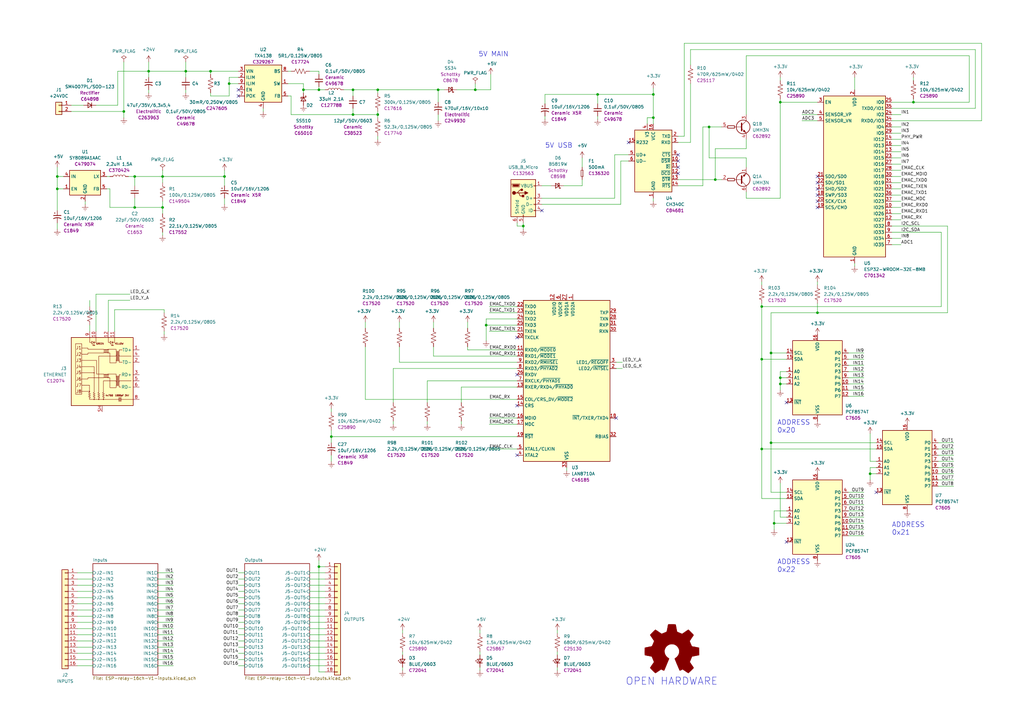
<source format=kicad_sch>
(kicad_sch (version 20211123) (generator eeschema)
  (paper "A3")
  (title_block (title "ESP 8x 24VDC Input 8x Relay Output Module") (date "2022-10-10") (rev "V1"))
  (junction (at 23.495 77.47))
  (junction (at 130.81 36.83))
  (junction (at 50.8 45.72))
  (junction (at 124.46 36.83))
  (junction (at 267.97 38.735))
  (junction (at 92.075 72.39))
  (junction (at 293.37 73.66))
  (junction (at 55.245 85.09))
  (junction (at 317.5 214.63))
  (junction (at 144.78 46.99))
  (junction (at 267.97 48.26))
  (junction (at 316.23 181.61))
  (junction (at 335.28 128.27))
  (junction (at 23.495 72.39))
  (junction (at 144.78 36.83))
  (junction (at 316.23 144.78))
  (junction (at 194.945 36.83))
  (junction (at 66.675 85.09))
  (junction (at 199.39 133.35))
  (junction (at 312.42 184.15))
  (junction (at 130.81 232.41))
  (junction (at 320.04 41.91))
  (junction (at 154.94 46.99))
  (junction (at 55.245 72.39))
  (junction (at 154.94 36.83))
  (junction (at 60.96 29.21))
  (junction (at 320.04 154.94))
  (junction (at 312.42 125.73))
  (junction (at 245.11 38.735))
  (junction (at 356.87 194.31))
  (junction (at 76.2 29.21))
  (junction (at 312.42 147.32))
  (junction (at 135.89 179.07))
  (junction (at 66.675 72.39))
  (junction (at 179.705 36.83))
  (junction (at 290.83 52.07))
  (junction (at 93.98 34.29))
  (junction (at 374.65 41.91))
  (junction (at 86.36 29.21))
  (junction (at 214.63 92.71))
  (junction (at 320.04 157.48))
  (no_connect (at 335.28 72.39))
  (no_connect (at 278.13 68.58))
  (no_connect (at 212.09 153.67))
  (no_connect (at 335.28 85.09))
  (no_connect (at 252.73 171.45))
  (no_connect (at 278.13 71.12))
  (no_connect (at 335.28 80.01))
  (no_connect (at 97.79 36.83))
  (no_connect (at 97.79 39.37))
  (no_connect (at 222.25 86.36))
  (no_connect (at 212.09 166.37))
  (no_connect (at 257.81 58.42))
  (no_connect (at 322.58 165.1))
  (no_connect (at 335.28 82.55))
  (no_connect (at 278.13 66.04))
  (no_connect (at 335.28 77.47))
  (no_connect (at 212.09 138.43))
  (no_connect (at 278.13 63.5))
  (no_connect (at 335.28 74.93))
  (no_connect (at 322.58 222.25))
  (no_connect (at 359.41 201.93))
  (no_connect (at 212.09 186.69))
  (wire (pts (xy 66.675 82.55) (xy 66.675 85.09)))
  (wire (pts (xy 165.1 273.685) (xy 165.1 274.955)))
  (wire (pts (xy 60.96 29.21) (xy 76.2 29.21)))
  (wire (pts (xy 365.76 80.01) (xy 369.57 80.01)))
  (wire (pts (xy 149.86 142.24) (xy 149.86 163.83)))
  (wire (pts (xy 365.76 74.93) (xy 369.57 74.93)))
  (wire (pts (xy 118.11 34.29) (xy 124.46 34.29)))
  (wire (pts (xy 55.245 85.09) (xy 66.675 85.09)))
  (wire (pts (xy 283.21 58.42) (xy 283.21 34.29)))
  (wire (pts (xy 335.28 124.46) (xy 335.28 128.27)))
  (wire (pts (xy 317.5 209.55) (xy 317.5 214.63)))
  (wire (pts (xy 97.79 234.95) (xy 100.33 234.95)))
  (wire (pts (xy 67.31 135.89) (xy 67.31 137.16)))
  (wire (pts (xy 356.87 194.31) (xy 359.41 194.31)))
  (wire (pts (xy 39.37 120.65) (xy 53.34 120.65)))
  (wire (pts (xy 312.42 115.57) (xy 312.42 116.84)))
  (wire (pts (xy 222.25 83.82) (xy 254.635 83.82)))
  (wire (pts (xy 64.77 245.11) (xy 71.12 245.11)))
  (wire (pts (xy 212.09 130.81) (xy 199.39 130.81)))
  (wire (pts (xy 144.78 46.99) (xy 154.94 46.99)))
  (wire (pts (xy 200.66 125.73) (xy 212.09 125.73)))
  (wire (pts (xy 196.85 273.685) (xy 196.85 274.955)))
  (wire (pts (xy 39.37 135.89) (xy 39.37 120.65)))
  (wire (pts (xy 347.98 152.4) (xy 354.33 152.4)))
  (wire (pts (xy 322.58 209.55) (xy 317.5 209.55)))
  (wire (pts (xy 320.04 157.48) (xy 322.58 157.48)))
  (wire (pts (xy 312.42 184.15) (xy 312.42 147.32)))
  (wire (pts (xy 400.05 44.45) (xy 365.76 44.45)))
  (wire (pts (xy 252.73 151.13) (xy 255.27 151.13)))
  (wire (pts (xy 127 273.05) (xy 133.35 273.05)))
  (wire (pts (xy 118.11 29.21) (xy 119.38 29.21)))
  (wire (pts (xy 252.73 148.59) (xy 255.27 148.59)))
  (wire (pts (xy 140.97 36.83) (xy 144.78 36.83)))
  (wire (pts (xy 97.79 242.57) (xy 100.33 242.57)))
  (wire (pts (xy 64.77 255.27) (xy 71.12 255.27)))
  (wire (pts (xy 127 240.03) (xy 133.35 240.03)))
  (wire (pts (xy 374.65 40.64) (xy 374.65 41.91)))
  (wire (pts (xy 36.83 133.35) (xy 36.83 135.89)))
  (wire (pts (xy 359.41 184.15) (xy 312.42 184.15)))
  (wire (pts (xy 34.925 82.55) (xy 34.925 83.82)))
  (wire (pts (xy 66.675 69.85) (xy 66.675 72.39)))
  (wire (pts (xy 55.245 81.28) (xy 55.245 85.09)))
  (wire (pts (xy 365.76 87.63) (xy 369.57 87.63)))
  (wire (pts (xy 31.75 237.49) (xy 38.1 237.49)))
  (wire (pts (xy 252.095 63.5) (xy 257.81 63.5)))
  (wire (pts (xy 267.97 36.195) (xy 267.97 38.735)))
  (wire (pts (xy 130.81 275.59) (xy 130.81 232.41)))
  (wire (pts (xy 228.6 267.335) (xy 228.6 268.605)))
  (wire (pts (xy 306.07 46.99) (xy 306.07 22.86)))
  (wire (pts (xy 64.77 257.81) (xy 71.12 257.81)))
  (wire (pts (xy 320.04 40.64) (xy 320.04 41.91)))
  (wire (pts (xy 245.11 38.735) (xy 245.11 42.545)))
  (wire (pts (xy 97.79 255.27) (xy 100.33 255.27)))
  (wire (pts (xy 97.79 267.97) (xy 100.33 267.97)))
  (wire (pts (xy 347.98 147.32) (xy 354.33 147.32)))
  (wire (pts (xy 293.37 73.66) (xy 295.91 73.66)))
  (wire (pts (xy 127 250.19) (xy 133.35 250.19)))
  (wire (pts (xy 189.23 172.72) (xy 189.23 173.99)))
  (wire (pts (xy 199.39 133.35) (xy 212.09 133.35)))
  (wire (pts (xy 365.76 72.39) (xy 369.57 72.39)))
  (wire (pts (xy 119.38 39.37) (xy 119.38 46.99)))
  (wire (pts (xy 283.21 26.67) (xy 283.21 20.32)))
  (wire (pts (xy 196.85 267.335) (xy 196.85 268.605)))
  (wire (pts (xy 322.58 154.94) (xy 320.04 154.94)))
  (wire (pts (xy 232.41 191.77) (xy 232.41 193.04)))
  (wire (pts (xy 222.25 81.28) (xy 252.095 81.28)))
  (wire (pts (xy 199.39 130.81) (xy 199.39 133.35)))
  (wire (pts (xy 306.07 64.77) (xy 290.83 64.77)))
  (wire (pts (xy 320.04 152.4) (xy 320.04 154.94)))
  (wire (pts (xy 76.2 29.21) (xy 76.2 31.75)))
  (wire (pts (xy 320.04 152.4) (xy 322.58 152.4)))
  (wire (pts (xy 267.97 81.28) (xy 267.97 82.55)))
  (wire (pts (xy 191.77 132.08) (xy 191.77 134.62)))
  (wire (pts (xy 201.295 36.83) (xy 201.295 30.48)))
  (wire (pts (xy 66.675 72.39) (xy 66.675 74.93)))
  (wire (pts (xy 31.75 267.97) (xy 38.1 267.97)))
  (wire (pts (xy 374.65 31.75) (xy 374.65 33.02)))
  (wire (pts (xy 130.81 36.83) (xy 130.81 35.56)))
  (wire (pts (xy 280.67 55.88) (xy 280.67 17.78)))
  (wire (pts (xy 135.89 176.53) (xy 135.89 179.07)))
  (wire (pts (xy 127 234.95) (xy 133.35 234.95)))
  (wire (pts (xy 76.2 25.4) (xy 76.2 29.21)))
  (wire (pts (xy 127 270.51) (xy 133.35 270.51)))
  (wire (pts (xy 200.66 171.45) (xy 212.09 171.45)))
  (wire (pts (xy 64.77 262.89) (xy 71.12 262.89)))
  (wire (pts (xy 92.075 81.28) (xy 92.075 83.82)))
  (wire (pts (xy 130.81 229.87) (xy 130.81 232.41)))
  (wire (pts (xy 365.76 46.99) (xy 369.57 46.99)))
  (wire (pts (xy 177.8 142.24) (xy 177.8 146.05)))
  (wire (pts (xy 154.94 45.72) (xy 154.94 46.99)))
  (wire (pts (xy 347.98 154.94) (xy 354.33 154.94)))
  (wire (pts (xy 194.945 34.29) (xy 194.945 36.83)))
  (wire (pts (xy 127 242.57) (xy 133.35 242.57)))
  (wire (pts (xy 31.75 247.65) (xy 38.1 247.65)))
  (wire (pts (xy 163.83 142.24) (xy 163.83 148.59)))
  (wire (pts (xy 64.77 267.97) (xy 71.12 267.97)))
  (wire (pts (xy 55.245 72.39) (xy 66.675 72.39)))
  (wire (pts (xy 397.51 22.86) (xy 397.51 41.91)))
  (wire (pts (xy 347.98 149.86) (xy 354.33 149.86)))
  (wire (pts (xy 86.36 39.37) (xy 93.98 39.37)))
  (wire (pts (xy 31.75 273.05) (xy 38.1 273.05)))
  (wire (pts (xy 97.79 262.89) (xy 100.33 262.89)))
  (wire (pts (xy 397.51 41.91) (xy 374.65 41.91)))
  (wire (pts (xy 161.29 172.72) (xy 161.29 173.99)))
  (wire (pts (xy 200.66 184.15) (xy 212.09 184.15)))
  (wire (pts (xy 48.26 43.18) (xy 48.26 29.21)))
  (wire (pts (xy 400.05 20.32) (xy 400.05 44.45)))
  (wire (pts (xy 365.76 69.85) (xy 369.57 69.85)))
  (wire (pts (xy 365.76 97.79) (xy 369.57 97.79)))
  (wire (pts (xy 31.75 252.73) (xy 38.1 252.73)))
  (wire (pts (xy 97.79 257.81) (xy 100.33 257.81)))
  (wire (pts (xy 223.52 42.545) (xy 223.52 38.735)))
  (wire (pts (xy 238.76 64.77) (xy 238.76 68.58)))
  (wire (pts (xy 374.65 41.91) (xy 365.76 41.91)))
  (wire (pts (xy 23.495 91.44) (xy 23.495 93.98)))
  (wire (pts (xy 365.76 59.69) (xy 369.57 59.69)))
  (wire (pts (xy 154.94 36.83) (xy 154.94 38.1)))
  (wire (pts (xy 93.98 39.37) (xy 93.98 34.29)))
  (wire (pts (xy 402.59 49.53) (xy 365.76 49.53)))
  (wire (pts (xy 254.635 66.04) (xy 257.81 66.04)))
  (wire (pts (xy 50.8 25.4) (xy 50.8 45.72)))
  (wire (pts (xy 320.04 31.75) (xy 320.04 33.02)))
  (wire (pts (xy 127 267.97) (xy 133.35 267.97)))
  (wire (pts (xy 43.815 77.47) (xy 45.085 77.47)))
  (wire (pts (xy 384.81 191.77) (xy 391.16 191.77)))
  (wire (pts (xy 64.77 237.49) (xy 71.12 237.49)))
  (wire (pts (xy 254.635 83.82) (xy 254.635 66.04)))
  (wire (pts (xy 154.94 36.83) (xy 179.705 36.83)))
  (wire (pts (xy 135.89 179.07) (xy 212.09 179.07)))
  (wire (pts (xy 133.35 275.59) (xy 130.81 275.59)))
  (wire (pts (xy 316.23 181.61) (xy 316.23 201.93)))
  (wire (pts (xy 39.37 43.18) (xy 48.26 43.18)))
  (wire (pts (xy 36.83 123.19) (xy 36.83 125.73)))
  (wire (pts (xy 161.29 151.13) (xy 212.09 151.13)))
  (wire (pts (xy 365.76 82.55) (xy 369.57 82.55)))
  (wire (pts (xy 130.81 232.41) (xy 133.35 232.41)))
  (wire (pts (xy 196.85 258.445) (xy 196.85 259.715)))
  (wire (pts (xy 23.495 68.58) (xy 23.495 72.39)))
  (wire (pts (xy 175.26 165.1) (xy 175.26 156.21)))
  (wire (pts (xy 384.81 199.39) (xy 391.16 199.39)))
  (wire (pts (xy 97.79 237.49) (xy 100.33 237.49)))
  (wire (pts (xy 288.29 52.07) (xy 290.83 52.07)))
  (wire (pts (xy 154.94 46.99) (xy 154.94 48.26)))
  (wire (pts (xy 356.87 189.23) (xy 359.41 189.23)))
  (wire (pts (xy 97.79 273.05) (xy 100.33 273.05)))
  (wire (pts (xy 64.77 273.05) (xy 71.12 273.05)))
  (wire (pts (xy 267.97 48.26) (xy 267.97 50.8)))
  (wire (pts (xy 92.075 69.85) (xy 92.075 72.39)))
  (wire (pts (xy 187.325 36.83) (xy 194.945 36.83)))
  (wire (pts (xy 335.28 115.57) (xy 335.28 116.84)))
  (wire (pts (xy 23.495 77.47) (xy 26.035 77.47)))
  (wire (pts (xy 67.31 127) (xy 67.31 128.27)))
  (wire (pts (xy 278.13 76.2) (xy 288.29 76.2)))
  (wire (pts (xy 44.45 135.89) (xy 44.45 123.19)))
  (wire (pts (xy 386.08 125.73) (xy 312.42 125.73)))
  (wire (pts (xy 252.095 81.28) (xy 252.095 63.5)))
  (wire (pts (xy 135.89 179.07) (xy 135.89 181.61)))
  (wire (pts (xy 177.8 132.08) (xy 177.8 134.62)))
  (wire (pts (xy 347.98 144.78) (xy 354.33 144.78)))
  (wire (pts (xy 306.07 57.15) (xy 306.07 60.96)))
  (wire (pts (xy 365.76 62.23) (xy 369.57 62.23)))
  (wire (pts (xy 347.98 204.47) (xy 354.33 204.47)))
  (wire (pts (xy 179.705 36.83) (xy 182.245 36.83)))
  (wire (pts (xy 347.98 217.17) (xy 354.33 217.17)))
  (wire (pts (xy 306.07 78.74) (xy 306.07 81.28)))
  (wire (pts (xy 76.2 36.83) (xy 76.2 38.1)))
  (wire (pts (xy 200.66 128.27) (xy 212.09 128.27)))
  (wire (pts (xy 130.81 29.21) (xy 130.81 30.48)))
  (wire (pts (xy 43.815 72.39) (xy 45.085 72.39)))
  (wire (pts (xy 64.77 260.35) (xy 71.12 260.35)))
  (wire (pts (xy 328.93 46.99) (xy 335.28 46.99)))
  (wire (pts (xy 127 262.89) (xy 133.35 262.89)))
  (wire (pts (xy 228.6 258.445) (xy 228.6 259.715)))
  (wire (pts (xy 64.77 265.43) (xy 71.12 265.43)))
  (wire (pts (xy 124.46 36.83) (xy 130.81 36.83)))
  (wire (pts (xy 223.52 47.625) (xy 223.52 48.895)))
  (wire (pts (xy 356.87 194.31) (xy 356.87 196.85)))
  (wire (pts (xy 31.75 255.27) (xy 38.1 255.27)))
  (wire (pts (xy 278.13 58.42) (xy 283.21 58.42)))
  (wire (pts (xy 384.81 194.31) (xy 391.16 194.31)))
  (wire (pts (xy 144.78 36.83) (xy 144.78 39.37)))
  (wire (pts (xy 316.23 181.61) (xy 316.23 144.78)))
  (wire (pts (xy 267.97 38.735) (xy 267.97 48.26)))
  (wire (pts (xy 127 29.21) (xy 130.81 29.21)))
  (wire (pts (xy 347.98 214.63) (xy 354.33 214.63)))
  (wire (pts (xy 127 265.43) (xy 133.35 265.43)))
  (wire (pts (xy 45.085 85.09) (xy 55.245 85.09)))
  (wire (pts (xy 46.99 135.89) (xy 46.99 127)))
  (wire (pts (xy 265.43 50.8) (xy 265.43 48.26)))
  (wire (pts (xy 316.23 128.27) (xy 316.23 144.78)))
  (wire (pts (xy 191.77 142.24) (xy 191.77 143.51)))
  (wire (pts (xy 365.76 52.07) (xy 369.57 52.07)))
  (wire (pts (xy 97.79 265.43) (xy 100.33 265.43)))
  (wire (pts (xy 144.78 46.99) (xy 144.78 44.45)))
  (wire (pts (xy 97.79 240.03) (xy 100.33 240.03)))
  (wire (pts (xy 135.89 167.64) (xy 135.89 168.91)))
  (wire (pts (xy 350.52 31.75) (xy 350.52 36.83)))
  (wire (pts (xy 290.83 52.07) (xy 295.91 52.07)))
  (wire (pts (xy 293.37 60.96) (xy 293.37 73.66)))
  (wire (pts (xy 347.98 207.01) (xy 354.33 207.01)))
  (wire (pts (xy 245.11 38.735) (xy 267.97 38.735)))
  (wire (pts (xy 92.075 76.2) (xy 92.075 72.39)))
  (wire (pts (xy 97.79 247.65) (xy 100.33 247.65)))
  (wire (pts (xy 31.75 242.57) (xy 38.1 242.57)))
  (wire (pts (xy 31.75 245.11) (xy 38.1 245.11)))
  (wire (pts (xy 31.75 270.51) (xy 38.1 270.51)))
  (wire (pts (xy 124.46 36.83) (xy 124.46 38.1)))
  (wire (pts (xy 312.42 147.32) (xy 322.58 147.32)))
  (wire (pts (xy 228.6 273.685) (xy 228.6 274.955)))
  (wire (pts (xy 127 252.73) (xy 133.35 252.73)))
  (wire (pts (xy 97.79 260.35) (xy 100.33 260.35)))
  (wire (pts (xy 55.245 72.39) (xy 55.245 76.2)))
  (wire (pts (xy 238.76 73.66) (xy 238.76 76.2)))
  (wire (pts (xy 384.81 189.23) (xy 391.16 189.23)))
  (wire (pts (xy 165.1 267.335) (xy 165.1 268.605)))
  (wire (pts (xy 335.28 128.27) (xy 316.23 128.27)))
  (wire (pts (xy 97.79 245.11) (xy 100.33 245.11)))
  (wire (pts (xy 29.21 45.72) (xy 50.8 45.72)))
  (wire (pts (xy 365.76 57.15) (xy 369.57 57.15)))
  (wire (pts (xy 23.495 72.39) (xy 26.035 72.39)))
  (wire (pts (xy 223.52 38.735) (xy 245.11 38.735)))
  (wire (pts (xy 154.94 55.88) (xy 154.94 57.15)))
  (wire (pts (xy 212.09 91.44) (xy 212.09 92.71)))
  (wire (pts (xy 48.26 29.21) (xy 60.96 29.21)))
  (wire (pts (xy 52.705 72.39) (xy 55.245 72.39)))
  (wire (pts (xy 31.75 240.03) (xy 38.1 240.03)))
  (wire (pts (xy 388.62 128.27) (xy 335.28 128.27)))
  (wire (pts (xy 86.36 38.1) (xy 86.36 39.37)))
  (wire (pts (xy 119.38 46.99) (xy 144.78 46.99)))
  (wire (pts (xy 280.67 17.78) (xy 402.59 17.78)))
  (wire (pts (xy 283.21 20.32) (xy 400.05 20.32)))
  (wire (pts (xy 359.41 191.77) (xy 356.87 191.77)))
  (wire (pts (xy 365.76 64.77) (xy 369.57 64.77)))
  (wire (pts (xy 175.26 156.21) (xy 212.09 156.21)))
  (wire (pts (xy 44.45 123.19) (xy 53.34 123.19)))
  (wire (pts (xy 86.36 29.21) (xy 86.36 30.48)))
  (wire (pts (xy 76.2 29.21) (xy 86.36 29.21)))
  (wire (pts (xy 320.04 198.12) (xy 320.04 212.09)))
  (wire (pts (xy 64.77 240.03) (xy 71.12 240.03)))
  (wire (pts (xy 350.52 107.95) (xy 350.52 109.22)))
  (wire (pts (xy 347.98 162.56) (xy 354.33 162.56)))
  (wire (pts (xy 93.98 34.29) (xy 93.98 31.75)))
  (wire (pts (xy 347.98 212.09) (xy 354.33 212.09)))
  (wire (pts (xy 23.495 72.39) (xy 23.495 77.47)))
  (wire (pts (xy 306.07 22.86) (xy 397.51 22.86)))
  (wire (pts (xy 124.46 34.29) (xy 124.46 36.83)))
  (wire (pts (xy 320.04 81.28) (xy 320.04 41.91)))
  (wire (pts (xy 200.66 173.99) (xy 212.09 173.99)))
  (wire (pts (xy 66.675 85.09) (xy 66.675 87.63)))
  (wire (pts (xy 278.13 55.88) (xy 280.67 55.88)))
  (wire (pts (xy 212.09 92.71) (xy 214.63 92.71)))
  (wire (pts (xy 97.79 250.19) (xy 100.33 250.19)))
  (wire (pts (xy 365.76 100.33) (xy 369.57 100.33)))
  (wire (pts (xy 23.495 77.47) (xy 23.495 86.36)))
  (wire (pts (xy 31.75 265.43) (xy 38.1 265.43)))
  (wire (pts (xy 365.76 90.17) (xy 369.57 90.17)))
  (wire (pts (xy 214.63 92.71) (xy 214.63 93.98)))
  (wire (pts (xy 347.98 209.55) (xy 354.33 209.55)))
  (wire (pts (xy 127 247.65) (xy 133.35 247.65)))
  (wire (pts (xy 290.83 52.07) (xy 290.83 64.77)))
  (wire (pts (xy 212.09 158.75) (xy 189.23 158.75)))
  (wire (pts (xy 365.76 85.09) (xy 369.57 85.09)))
  (wire (pts (xy 312.42 124.46) (xy 312.42 125.73)))
  (wire (pts (xy 64.77 250.19) (xy 71.12 250.19)))
  (wire (pts (xy 130.81 36.83) (xy 133.35 36.83)))
  (wire (pts (xy 384.81 184.15) (xy 391.16 184.15)))
  (wire (pts (xy 163.83 132.08) (xy 163.83 134.62)))
  (wire (pts (xy 179.705 46.99) (xy 179.705 49.53)))
  (wire (pts (xy 93.98 31.75) (xy 97.79 31.75)))
  (wire (pts (xy 222.25 76.2) (xy 226.06 76.2)))
  (wire (pts (xy 64.77 252.73) (xy 71.12 252.73)))
  (wire (pts (xy 194.945 36.83) (xy 201.295 36.83)))
  (wire (pts (xy 163.83 148.59) (xy 212.09 148.59)))
  (wire (pts (xy 306.07 68.58) (xy 306.07 64.77)))
  (wire (pts (xy 60.96 36.83) (xy 60.96 38.1)))
  (wire (pts (xy 86.36 29.21) (xy 97.79 29.21)))
  (wire (pts (xy 384.81 196.85) (xy 391.16 196.85)))
  (wire (pts (xy 278.13 73.66) (xy 293.37 73.66)))
  (wire (pts (xy 214.63 91.44) (xy 214.63 92.71)))
  (wire (pts (xy 384.81 186.69) (xy 391.16 186.69)))
  (wire (pts (xy 31.75 234.95) (xy 38.1 234.95)))
  (wire (pts (xy 199.39 133.35) (xy 199.39 139.7)))
  (wire (pts (xy 347.98 201.93) (xy 354.33 201.93)))
  (wire (pts (xy 64.77 270.51) (xy 71.12 270.51)))
  (wire (pts (xy 127 257.81) (xy 133.35 257.81)))
  (wire (pts (xy 64.77 234.95) (xy 71.12 234.95)))
  (wire (pts (xy 46.99 127) (xy 67.31 127)))
  (wire (pts (xy 31.75 262.89) (xy 38.1 262.89)))
  (wire (pts (xy 175.26 172.72) (xy 175.26 173.99)))
  (wire (pts (xy 97.79 270.51) (xy 100.33 270.51)))
  (wire (pts (xy 29.21 43.18) (xy 34.29 43.18)))
  (wire (pts (xy 365.76 54.61) (xy 369.57 54.61)))
  (wire (pts (xy 161.29 165.1) (xy 161.29 151.13)))
  (wire (pts (xy 60.96 25.4) (xy 60.96 29.21)))
  (wire (pts (xy 347.98 219.71) (xy 354.33 219.71)))
  (wire (pts (xy 179.705 41.91) (xy 179.705 36.83)))
  (wire (pts (xy 231.14 76.2) (xy 238.76 76.2)))
  (wire (pts (xy 212.09 163.83) (xy 149.86 163.83)))
  (wire (pts (xy 312.42 125.73) (xy 312.42 147.32)))
  (wire (pts (xy 312.42 184.15) (xy 312.42 204.47)))
  (wire (pts (xy 384.81 181.61) (xy 391.16 181.61)))
  (wire (pts (xy 31.75 257.81) (xy 38.1 257.81)))
  (wire (pts (xy 200.66 135.89) (xy 212.09 135.89)))
  (wire (pts (xy 64.77 242.57) (xy 71.12 242.57)))
  (wire (pts (xy 328.93 49.53) (xy 335.28 49.53)))
  (wire (pts (xy 320.04 154.94) (xy 320.04 157.48)))
  (wire (pts (xy 359.41 181.61) (xy 316.23 181.61)))
  (wire (pts (xy 135.89 186.69) (xy 135.89 189.23)))
  (wire (pts (xy 245.11 47.625) (xy 245.11 48.895)))
  (wire (pts (xy 45.085 77.47) (xy 45.085 85.09)))
  (wire (pts (xy 265.43 48.26) (xy 267.97 48.26)))
  (wire (pts (xy 127 260.35) (xy 133.35 260.35)))
  (wire (pts (xy 322.58 212.09) (xy 320.04 212.09)))
  (wire (pts (xy 189.23 158.75) (xy 189.23 165.1)))
  (wire (pts (xy 365.76 95.25) (xy 386.08 95.25)))
  (wire (pts (xy 322.58 201.93) (xy 316.23 201.93)))
  (wire (pts (xy 365.76 77.47) (xy 369.57 77.47)))
  (wire (pts (xy 31.75 260.35) (xy 38.1 260.35)))
  (wire (pts (xy 127 245.11) (xy 133.35 245.11)))
  (wire (pts (xy 177.8 146.05) (xy 212.09 146.05)))
  (wire (pts (xy 365.76 67.31) (xy 369.57 67.31)))
  (wire (pts (xy 149.86 132.08) (xy 149.86 134.62)))
  (wire (pts (xy 107.95 44.45) (xy 107.95 45.72)))
  (wire (pts (xy 31.75 250.19) (xy 38.1 250.19)))
  (wire (pts (xy 365.76 92.71) (xy 388.62 92.71)))
  (wire (pts (xy 306.07 81.28) (xy 320.04 81.28)))
  (wire (pts (xy 317.5 214.63) (xy 317.5 217.17)))
  (wire (pts (xy 317.5 214.63) (xy 322.58 214.63)))
  (wire (pts (xy 320.04 41.91) (xy 335.28 41.91)))
  (wire (pts (xy 347.98 157.48) (xy 354.33 157.48)))
  (wire (pts (xy 60.96 29.21) (xy 60.96 31.75)))
  (wire (pts (xy 386.08 125.73) (xy 386.08 95.25)))
  (wire (pts (xy 288.29 76.2) (xy 288.29 52.07)))
  (wire (pts (xy 127 255.27) (xy 133.35 255.27)))
  (wire (pts (xy 165.1 258.445) (xy 165.1 259.715)))
  (wire (pts (xy 356.87 177.8) (xy 356.87 189.23)))
  (wire (pts (xy 388.62 128.27) (xy 388.62 92.71)))
  (wire (pts (xy 347.98 160.02) (xy 354.33 160.02)))
  (wire (pts (xy 97.79 252.73) (xy 100.33 252.73)))
  (wire (pts (xy 154.94 36.83) (xy 144.78 36.83)))
  (wire (pts (xy 64.77 247.65) (xy 71.12 247.65)))
  (wire (pts (xy 93.98 34.29) (xy 97.79 34.29)))
  (wire (pts (xy 50.8 45.72) (xy 50.8 48.26)))
  (wire (pts (xy 118.11 39.37) (xy 119.38 39.37)))
  (wire (pts (xy 66.675 95.25) (xy 66.675 96.52)))
  (wire (pts (xy 402.59 17.78) (xy 402.59 49.53)))
  (wire (pts (xy 127 237.49) (xy 133.35 237.49)))
  (wire (pts (xy 356.87 191.77) (xy 356.87 194.31)))
  (wire (pts (xy 320.04 157.48) (xy 320.04 160.02)))
  (wire (pts (xy 191.77 143.51) (xy 212.09 143.51)))
  (wire (pts (xy 316.23 144.78) (xy 322.58 144.78)))
  (wire (pts (xy 92.075 72.39) (xy 66.675 72.39)))
  (wire (pts (xy 322.58 204.47) (xy 312.42 204.47)))
  (wire (pts (xy 306.07 60.96) (xy 293.37 60.96)))
  (text "5V MAIN" (at 196.215 23.495 0) (effects (font (size 2 2)) (justify left bottom)))
  (text "ADDRESS\n0x22" (at 318.77 234.95 0) (effects (font (size 2 2)) (justify left bottom)))
  (text "5V USB" (at 223.52 60.96 0) (effects (font (size 2 2)) (justify left bottom)))
  (text "ADDRESS\n0x21" (at 365.76 219.71 0) (effects (font (size 2 2)) (justify left bottom)))
  (text "ADDRESS\n0x20" (at 318.77 177.8 0) (effects (font (size 2 2)) (justify left bottom)))
  (text "OPEN HARDWARE" (at 256.54 281.305 0) (effects (font (size 3 3)) (justify left bottom)))
  (label "EMAC_TXD0" (at 200.66 125.73 0))
  (label "OUT14" (at 97.79 267.97 180))
  (label "LED_Y_A" (at 53.34 123.19 0))
  (label "LED_G_K" (at 255.27 151.13 0))
  (label "EMAC_MDC" (at 200.66 173.99 0))
  (label "IN9" (at 71.12 255.27 180))
  (label "OUT6" (at 391.16 194.31 180))
  (label "IN11" (at 354.33 149.86 180))
  (label "EMAC_RXD0" (at 369.57 85.09 0))
  (label "I2C_SCL" (at 369.57 92.71 0))
  (label "IN7" (at 369.57 67.31 0))
  (label "IN3" (at 369.57 54.61 0))
  (label "EMAC_TXD0" (at 369.57 74.93 0))
  (label "OUT7" (at 97.79 250.19 180))
  (label "IN1" (at 369.57 46.99 0))
  (label "IN12" (at 71.12 262.89 180))
  (label "IN9" (at 354.33 144.78 180))
  (label "OUT14" (at 354.33 214.63 180))
  (label "EMAC_RXD1" (at 200.66 146.05 0))
  (label "IN1" (at 71.12 234.95 180))
  (label "IN5" (at 71.12 245.11 180))
  (label "EMAC_CLK" (at 200.66 184.15 0))
  (label "OUT7" (at 391.16 196.85 180))
  (label "IN16" (at 354.33 162.56 180))
  (label "OUT15" (at 97.79 270.51 180))
  (label "OUT10" (at 97.79 257.81 180))
  (label "OUT12" (at 354.33 209.55 180))
  (label "IN6" (at 71.12 247.65 180))
  (label "EMAC_RX" (at 200.66 163.83 0))
  (label "OUT8" (at 97.79 252.73 180))
  (label "EMAC_TXEN" (at 369.57 77.47 0))
  (label "OUT9" (at 354.33 201.93 180))
  (label "OUT4" (at 97.79 242.57 180))
  (label "IN2" (at 71.12 237.49 180))
  (label "OUT5" (at 391.16 191.77 180))
  (label "ADC2" (at 328.93 46.99 0))
  (label "OUT13" (at 97.79 265.43 180))
  (label "ADC3" (at 328.93 49.53 0))
  (label "IN4" (at 369.57 59.69 0))
  (label "IN10" (at 71.12 257.81 180))
  (label "EMAC_MDIO" (at 200.66 171.45 0))
  (label "IN15" (at 71.12 270.51 180))
  (label "OUT4" (at 391.16 189.23 180))
  (label "EMAC_TXD1" (at 200.66 128.27 0))
  (label "EMAC_RX" (at 369.57 90.17 0))
  (label "IN13" (at 71.12 265.43 180))
  (label "OUT5" (at 97.79 245.11 180))
  (label "OUT2" (at 97.79 237.49 180))
  (label "IN11" (at 71.12 260.35 180))
  (label "IN8" (at 369.57 97.79 0))
  (label "EMAC_TXEN" (at 200.66 135.89 0))
  (label "IN10" (at 354.33 147.32 180))
  (label "EMAC_MDC" (at 369.57 82.55 0))
  (label "OUT8" (at 391.16 199.39 180))
  (label "EMAC_TXD1" (at 369.57 80.01 0))
  (label "OUT9" (at 97.79 255.27 180))
  (label "OUT2" (at 391.16 184.15 180))
  (label "OUT16" (at 97.79 273.05 180))
  (label "EMAC_RXD1" (at 369.57 87.63 0))
  (label "ADC1" (at 369.57 100.33 0))
  (label "OUT1" (at 97.79 234.95 180))
  (label "IN13" (at 354.33 154.94 180))
  (label "OUT3" (at 391.16 186.69 180))
  (label "IN12" (at 354.33 152.4 180))
  (label "OUT10" (at 354.33 204.47 180))
  (label "EMAC_CLK" (at 369.57 69.85 0))
  (label "IN14" (at 71.12 267.97 180))
  (label "I2C_SDA" (at 369.57 95.25 0))
  (label "IN15" (at 354.33 160.02 180))
  (label "IN16" (at 71.12 273.05 180))
  (label "IN7" (at 71.12 250.19 180))
  (label "OUT11" (at 354.33 207.01 180))
  (label "OUT13" (at 354.33 212.09 180))
  (label "IN3" (at 71.12 240.03 180))
  (label "OUT11" (at 97.79 260.35 180))
  (label "OUT15" (at 354.33 217.17 180))
  (label "IN4" (at 71.12 242.57 180))
  (label "OUT1" (at 391.16 181.61 180))
  (label "OUT6" (at 97.79 247.65 180))
  (label "OUT12" (at 97.79 262.89 180))
  (label "IN6" (at 369.57 64.77 0))
  (label "IN14" (at 354.33 157.48 180))
  (label "LED_Y_A" (at 255.27 148.59 0))
  (label "LED_G_K" (at 53.34 120.65 0))
  (label "EMAC_MDIO" (at 369.57 72.39 0))
  (label "OUT3" (at 97.79 240.03 180))
  (label "EMAC_RXD0" (at 200.66 143.51 0))
  (label "IN5" (at 369.57 62.23 0))
  (label "IN8" (at 71.12 252.73 180))
  (label "IN2" (at 369.57 52.07 0))
  (label "OUT16" (at 354.33 219.71 180))
  (label "PHY_PWR" (at 369.57 57.15 0))
  (symbol (lib_id "Device:R_US") (at 165.1 263.525 0) (unit 1)
    (property "Reference" "R7" (at 167.64 260.985 0) (effects (justify left)))
    (property "Value" "10k/625mW/0402" (at 167.64 263.525 0) (effects (justify left)))
    (property "Footprint" "Tales:R_0402_1005Metric" (effects hide))
    (property "Case" "0402/1005" (effects hide))
    (property "Mfr" "Uniroyal" (effects hide))
    (property "Mfr PN" "0402WGF3301TCE" (effects hide))
    (property "Vendor" "JLCPCB" (effects hide))
    (property "Vendor PN" "C25890" (effects hide))
    (property "LCSC Part #" "C25890" (at 167.64 266.065 0) (effects (justify left)))
    (property "JLCPCB BOM" "1" (effects hide))
  )
  (symbol (lib_id "Device:D_Small") (at 36.83 43.18 180) (unit 1)
    (property "Reference" "D1" (at 36.83 33.02 0))
    (property "Value" "SM4007PL/SOD-123" (at 36.83 35.56 0))
    (property "Footprint" "Tales:D_SOD-123" (effects hide))
    (property "Case" "SOD-123FL" (effects hide))
    (property "Technology" "Rectifier" (at 36.83 38.1 0))
    (property "Mfr" "Microdiode" (effects hide))
    (property "Mfr PN" "SM4007PL" (effects hide))
    (property "Vendor" "JLCPCB" (effects hide))
    (property "Vendor PN" "C64898" (effects hide))
    (property "LCSC Part #" "C64898" (at 36.83 40.64 0))
    (property "JLCPCB BOM" "1" (effects hide))
  )
  (symbol (lib_id "power:+5V") (at 196.85 258.445 0) (unit 1)
    (property "Reference" "#PWR018" (effects hide))
    (property "Value" "+5V" (at 197.231 254.0508 0))
  )
  (symbol (lib_id "Tales:+3.3V") (at 228.6 258.445 0) (unit 1)
    (property "Reference" "#PWR023" (effects hide))
    (property "Value" "+3.3V" (at 228.981 254.0508 0))
  )
  (symbol (lib_id "power:GNDREF") (at 196.85 274.955 0) (unit 1)
    (property "Reference" "#PWR019" (effects hide))
    (property "Value" "GNDREF" (effects hide))
  )
  (symbol (lib_id "power:GNDREF") (at 228.6 274.955 0) (unit 1)
    (property "Reference" "#PWR024" (effects hide))
    (property "Value" "GNDREF" (effects hide))
  )
  (symbol (lib_id "power:PWR_FLAG") (at 76.2 25.4 0) (unit 1)
    (property "Reference" "#FLG03" (effects hide))
    (property "Value" "PWR_FLAG" (at 76.2 21.0058 0))
  )
  (symbol (lib_id "power:PWR_FLAG") (at 50.8 25.4 0) (unit 1)
    (property "Reference" "#FLG01" (effects hide))
    (property "Value" "PWR_FLAG" (at 50.8 21.0058 0))
  )
  (symbol (lib_id "power:GNDREF") (at 107.95 45.72 0) (unit 1)
    (property "Reference" "#PWR011" (effects hide))
    (property "Value" "GNDREF" (effects hide))
  )
  (symbol (lib_id "power:+5V") (at 201.295 30.48 0) (unit 1)
    (property "Reference" "#PWR020" (effects hide))
    (property "Value" "+5V" (at 201.676 26.0858 0))
  )
  (symbol (lib_id "power:GNDREF") (at 50.8 48.26 0) (unit 1)
    (property "Reference" "#PWR04" (effects hide))
    (property "Value" "GNDREF" (effects hide))
  )
  (symbol (lib_id "Connector_Generic:Conn_01x16") (at 26.67 252.73 0) (mirror y) (unit 1)
    (property "Reference" "J2" (at 26.67 276.86 0))
    (property "Value" "INPUTS" (at 26.67 279.4 0))
    (property "Footprint" "Tales:TerminalBlock_Phoenix_MKDS-3-16-5.08_1x16_P5.08mm_Horizontal" (effects hide))
    (property "Mfr" "Conexel" (effects hide))
    (property "Mfr PN" "8x LM 5.08/02/90 3.5SN OR BX" (effects hide))
    (property "Vendor" "Conexel" (effects hide))
    (property "Vendor PN" "8x 1716080000" (effects hide))
    (property "JLCPCB BOM" "0" (effects hide))
  )
  (symbol (lib_id "Device:R_US") (at 196.85 263.525 0) (unit 1)
    (property "Reference" "R8" (at 199.39 260.985 0) (effects (justify left)))
    (property "Value" "1.5k/625mW/0402" (at 199.39 263.525 0) (effects (justify left)))
    (property "Footprint" "Tales:R_0402_1005Metric" (effects hide))
    (property "Case" "0402/1005" (effects hide))
    (property "Mfr" "Uniroyal" (effects hide))
    (property "Mfr PN" "0402WGF1501TCE" (effects hide))
    (property "Vendor" "JLCPCB" (effects hide))
    (property "Vendor PN" "C25867" (effects hide))
    (property "LCSC Part #" "C25867" (at 199.39 266.065 0) (effects (justify left)))
    (property "JLCPCB BOM" "1" (effects hide))
  )
  (symbol (lib_id "Device:R_US") (at 228.6 263.525 0) (unit 1)
    (property "Reference" "R9" (at 231.14 260.985 0) (effects (justify left)))
    (property "Value" "680R/625mW/0402" (at 231.14 263.525 0) (effects (justify left)))
    (property "Footprint" "Tales:R_0402_1005Metric" (effects hide))
    (property "Case" "0402/1005" (effects hide))
    (property "Mfr" "Uniroyal" (effects hide))
    (property "Mfr PN" "0402WGF6800TCE" (effects hide))
    (property "Vendor" "JLCPCB" (effects hide))
    (property "Vendor PN" "C25130" (effects hide))
    (property "LCSC Part #" "C25130" (at 231.14 266.065 0) (effects (justify left)))
    (property "JLCPCB BOM" "1" (effects hide))
  )
  (symbol (lib_id "Device:C_Polarized_Small_US") (at 60.96 34.29 0) (unit 1)
    (property "Reference" "C3" (at 63.5 34.29 0) (effects (justify left)))
    (property "Value" "47uF/35V/6,3x5,4" (at 60.96 43.18 0))
    (property "Footprint" "Tales:CP_Elec_6.3x5.4" (effects hide))
    (property "Technology" "Electrolitic" (at 60.96 45.72 0))
    (property "Case" "6,3x5,4" (effects hide))
    (property "Mfr" "Semtech" (effects hide))
    (property "Mfr PN" "CK1V470MCRE54" (effects hide))
    (property "Vendor" "JLCPCB" (effects hide))
    (property "Vendor PN" "C263963" (effects hide))
    (property "JLCPCB BOM" "1" (effects hide))
    (property "LCSC Part #" "C263963" (at 60.96 48.26 0))
  )
  (symbol (lib_id "power:GNDREF") (at 165.1 274.955 0) (unit 1)
    (property "Reference" "#PWR016" (effects hide))
    (property "Value" "GNDREF" (effects hide))
  )
  (symbol (lib_id "power:+3.3V") (at 163.83 132.08 0) (unit 1)
    (property "Reference" "#PWR0142" (effects hide))
    (property "Value" "+3.3V" (at 163.195 127.635 0))
  )
  (symbol (lib_id "power:PWR_FLAG") (at 66.675 69.85 0) (unit 1)
    (property "Reference" "#FLG02" (effects hide))
    (property "Value" "PWR_FLAG" (at 66.675 65.4558 0))
  )
  (symbol (lib_id "power:GNDREF") (at 335.28 229.87 0) (unit 1)
    (property "Reference" "#PWR0151" (effects hide))
    (property "Value" "GNDREF" (effects hide))
  )
  (symbol (lib_id "Interface_Ethernet:LAN8710A") (at 232.41 156.21 0) (unit 1)
    (property "Reference" "U3" (at 234.4294 191.77 0) (effects (justify left)))
    (property "Value" "LAN8710A" (at 234.4294 194.31 0) (effects (justify left)))
    (property "Footprint" "Package_DFN_QFN:QFN-32-1EP_5x5mm_P0.5mm_EP3.3x3.3mm_ThermalVias" (effects hide))
    (property "Datasheet" "http://ww1.microchip.com/downloads/en/DeviceDoc/8710a.pdf" (effects hide))
    (property "Case" "QFN-32" (effects hide))
    (property "JLCPCB BOM" "1" (effects hide))
    (property "LCSC Part #" "C46185" (at 234.315 196.85 0) (effects (justify left)))
    (property "Mfr" "Microchip" (effects hide))
    (property "Mfr PN" "LAN8710A-EZC-TR" (effects hide))
    (property "Vendor" "JLCPCB" (effects hide))
    (property "Vendor PN" "C46185" (effects hide))
  )
  (symbol (lib_id "Device:C_Polarized_Small_US") (at 135.89 184.15 0) (unit 1)
    (property "Reference" "C27" (at 138.43 182.245 0) (effects (justify left)))
    (property "Value" "10uF/16V/1206" (at 138.43 184.785 0) (effects (justify left)))
    (property "Footprint" "Tales:C_1206_3216Metric" (effects hide))
    (property "Mfr" "Samsung" (effects hide))
    (property "Mfr PN" "CL31A106KOHNNNE" (effects hide))
    (property "JLCPCB BOM" "1" (effects hide))
    (property "LCSC Part #" "C1849" (at 138.43 189.865 0) (effects (justify left)))
    (property "Technology" "Ceramic X5R" (at 138.43 187.325 0) (effects (justify left)))
    (property "Vendor" "JLCPCB" (effects hide))
    (property "Vendor PN" "C1849" (effects hide))
    (property "Case" "1206/3216" (effects hide))
  )
  (symbol (lib_id "Device:L") (at 137.16 36.83 90) (unit 1)
    (property "Reference" "L2" (at 135.89 38.1 90))
    (property "Value" "33uH 2,1A" (at 135.89 40.64 90))
    (property "Footprint" "Tales:L_12x12mm_H6mm" (effects hide))
    (property "Case" "12x12" (effects hide))
    (property "JLCPCB BOM" "1" (effects hide))
    (property "LCSC Part #" "C127788" (at 135.89 43.18 90))
    (property "Mfr" "Sunlord" (effects hide))
    (property "Mfr PN" "SWRH1205B-330MT" (effects hide))
    (property "Vendor" "JLCPCB" (effects hide))
    (property "Vendor PN" "C127788" (effects hide))
  )
  (symbol (lib_id "power:+3.3V") (at 374.65 31.75 0) (unit 1)
    (property "Reference" "#PWR039" (effects hide))
    (property "Value" "+3.3V" (at 374.015 27.305 0))
  )
  (symbol (lib_id "Device:R_US") (at 36.83 129.54 0) (unit 1)
    (property "Reference" "R13" (at 21.59 125.73 0) (effects (justify left)))
    (property "Value" "2.2k/0,125W/0805" (at 21.59 128.27 0) (effects (justify left)))
    (property "Footprint" "Tales:R_0805_2012Metric" (effects hide))
    (property "Case" "0805/2012" (effects hide))
    (property "Mfr" "Uniroyal" (effects hide))
    (property "Vendor" "JLCPCB" (effects hide))
    (property "Mfr PN" "0805W8F2201T5E" (effects hide))
    (property "Vendor PN" "C17520" (effects hide))
    (property "LCSC Part #" "C17520" (at 21.59 130.81 0) (effects (justify left)))
    (property "JLCPCB BOM" "1" (effects hide))
  )
  (symbol (lib_id "power:GNDREF") (at 317.5 217.17 0) (unit 1)
    (property "Reference" "#PWR0150" (effects hide))
    (property "Value" "GNDREF" (effects hide))
  )
  (symbol (lib_id "Tales:TX4138") (at 107.95 34.29 0) (unit 1)
    (property "Reference" "U2" (at 107.95 20.32 0))
    (property "Value" "TX4138" (at 107.95 22.86 0))
    (property "Footprint" "Tales:SOIC-8-1EP_3.9x4.9mm_P1.27mm_EP2.29x3mm_ThermalVias" (effects hide))
    (property "Case" "SOIC-8" (effects hide))
    (property "JLCPCB BOM" "1" (effects hide))
    (property "LCSC Part #" "C329267" (at 107.95 25.4 0))
    (property "Mfr" "XDS" (effects hide))
    (property "Mfr PN" "TX4138" (effects hide))
    (property "Vendor" "JLCPCB" (effects hide))
    (property "Vendor PN" "C329267" (effects hide))
  )
  (symbol (lib_id "Device:C_Small") (at 55.245 78.74 0) (unit 1)
    (property "Reference" "C2" (at 55.245 87.63 0))
    (property "Value" "22pF/50V/0603" (at 55.245 90.17 0))
    (property "Footprint" "Tales:C_0603_1608Metric" (effects hide))
    (property "Case" "0603/1608" (effects hide))
    (property "JLCPCB BOM" "1" (effects hide))
    (property "LCSC Part #" "C1653" (at 55.245 95.25 0))
    (property "Mfr" "Samsung" (effects hide))
    (property "Mfr PN" "CL10C220JB8NNNC" (effects hide))
    (property "Technology" "Ceramic" (at 55.245 92.71 0))
    (property "Vendor" "JLCPCB" (effects hide))
    (property "Vendor PN" "C1653" (effects hide))
  )
  (symbol (lib_id "power:GNDREF") (at 67.31 137.16 0) (unit 1)
    (property "Reference" "#PWR0148" (effects hide))
    (property "Value" "GNDREF" (effects hide))
  )
  (symbol (lib_id "power:GNDREF") (at 161.29 173.99 0) (unit 1)
    (property "Reference" "#PWR0141" (effects hide))
    (property "Value" "GNDREF" (effects hide))
  )
  (symbol (lib_id "Device:L") (at 48.895 72.39 90) (unit 1)
    (property "Reference" "L1" (at 48.895 64.77 90))
    (property "Value" "2,2uH 1,5A" (at 48.895 67.31 90))
    (property "Footprint" "Tales:L_3x3_H1.5" (effects hide))
    (property "Case" "12x12" (effects hide))
    (property "JLCPCB BOM" "1" (effects hide))
    (property "LCSC Part #" "C370424" (at 48.895 69.85 90))
    (property "Mfr" "Sunlord" (effects hide))
    (property "Mfr PN" "SPH3015H2R2MT" (effects hide))
    (property "Vendor" "JLCPCB" (effects hide))
    (property "Vendor PN" "C370424" (effects hide))
  )
  (symbol (lib_id "power:GNDREF") (at 154.94 57.15 0) (unit 1)
    (property "Reference" "#PWR014" (effects hide))
    (property "Value" "GNDREF" (effects hide))
  )
  (symbol (lib_id "Interface_USB:CH340C") (at 267.97 66.04 0) (unit 1)
    (property "Reference" "U4" (at 273.05 81.28 0) (effects (justify left)))
    (property "Value" "CH340C" (at 273.05 83.82 0) (effects (justify left)))
    (property "Footprint" "Package_SO:SOIC-16_3.9x9.9mm_P1.27mm" (effects hide))
    (property "Datasheet" "https://datasheet.lcsc.com/szlcsc/Jiangsu-Qin-Heng-CH340C_C84681.pdf" (effects hide))
    (property "Case" "SOIC-16" (effects hide))
    (property "JLCPCB BOM" "1" (effects hide))
    (property "LCSC Part #" "C84681" (at 273.05 86.36 0) (effects (justify left)))
    (property "Mfr" "WCH" (effects hide))
    (property "Mfr PN" "CH340C" (effects hide))
    (property "Vendor" "JLCPCB" (effects hide))
    (property "Vendor PN" "C84681" (effects hide))
  )
  (symbol (lib_id "power:GNDREF") (at 223.52 48.895 0) (unit 1)
    (property "Reference" "#PWR022" (effects hide))
    (property "Value" "GNDREF" (effects hide))
  )
  (symbol (lib_id "power:+3.3V") (at 177.8 132.08 0) (unit 1)
    (property "Reference" "#PWR0144" (effects hide))
    (property "Value" "+3.3V" (at 177.165 127.635 0))
  )
  (symbol (lib_id "Device:D_Schottky_Small") (at 184.785 36.83 180) (unit 1)
    (property "Reference" "D4" (at 184.785 25.4 0))
    (property "Value" "SS34" (at 184.785 27.94 0))
    (property "Footprint" "Tales:D_SMA" (effects hide))
    (property "JLCPCB BOM" "1" (effects hide))
    (property "LCSC Part #" "C8678" (at 184.785 33.02 0))
    (property "Mfr" "Microdiode" (effects hide))
    (property "Mfr PN" "SS34" (effects hide))
    (property "Technology" "Schottky" (at 184.785 30.48 0))
    (property "Vendor" "JLCPCB" (effects hide))
    (property "Vendor PN" "C8678" (effects hide))
    (property "Case" "SMA" (effects hide))
  )
  (symbol (lib_id "Connector_Generic:Conn_01x18") (at 138.43 252.73 0) (unit 1)
    (property "Reference" "J4" (at 140.97 251.4599 0) (effects (justify left)))
    (property "Value" "OUTPUTS" (at 140.97 253.9999 0) (effects (justify left)))
    (property "Footprint" "Tales:TerminalBlock_Phoenix_MKDS-3-18-5.08_1x18_P5.08mm_Horizontal" (effects hide))
    (property "JLCPCB BOM" "0" (effects hide))
    (property "Mfr" "Conexel" (effects hide))
    (property "Mfr PN" "6x LM 5.08/03/90 3.5SN OR BX" (effects hide))
    (property "Vendor" "Conexel" (effects hide))
    (property "Vendor PN" "6x 1716090000" (effects hide))
  )
  (symbol (lib_id "Device:R_US") (at 175.26 168.91 0) (unit 1)
    (property "Reference" "R101" (at 172.72 181.61 0) (effects (justify left)))
    (property "Value" "2.2k/0,125W/0805" (at 172.72 184.15 0) (effects (justify left)))
    (property "Footprint" "Tales:R_0805_2012Metric" (effects hide))
    (property "Case" "0805/2012" (effects hide))
    (property "Mfr" "Uniroyal" (effects hide))
    (property "Vendor" "JLCPCB" (effects hide))
    (property "Mfr PN" "0805W8F2201T5E" (effects hide))
    (property "Vendor PN" "C17520" (effects hide))
    (property "LCSC Part #" "C17520" (at 172.72 186.69 0) (effects (justify left)))
    (property "JLCPCB BOM" "1" (effects hide))
  )
  (symbol (lib_id "Connector:USB_B_Micro") (at 214.63 81.28 0) (unit 1)
    (property "Reference" "J5" (at 214.63 66.04 0))
    (property "Value" "USB_B_Micro" (at 214.63 68.58 0))
    (property "Footprint" "Connector_USB:USB_Micro-B_Amphenol_10118194_Horizontal" (effects hide))
    (property "JLCPCB BOM" "1" (effects hide))
    (property "LCSC Part #" "C132563" (at 214.63 71.12 0))
    (property "Mfr" "Amphenol" (effects hide))
    (property "Mfr PN" "10118194-0001LF" (effects hide))
    (property "Vendor" "JLCPCB" (effects hide))
    (property "Vendor PN" "C132563" (effects hide))
  )
  (symbol (lib_id "Device:C_Polarized_Small_US") (at 223.52 45.085 0) (unit 1)
    (property "Reference" "C9" (at 226.06 41.275 0) (effects (justify left)))
    (property "Value" "10uF/16V/1206" (at 226.06 43.815 0) (effects (justify left)))
    (property "Footprint" "Tales:C_1206_3216Metric" (effects hide))
    (property "Mfr" "Samsung" (effects hide))
    (property "Mfr PN" "CL31A106KOHNNNE" (effects hide))
    (property "JLCPCB BOM" "1" (effects hide))
    (property "LCSC Part #" "C1849" (at 226.06 48.895 0) (effects (justify left)))
    (property "Technology" "Ceramic X5R" (at 226.06 46.355 0) (effects (justify left)))
    (property "Vendor" "JLCPCB" (effects hide))
    (property "Vendor PN" "C1849" (effects hide))
    (property "Case" "1206/3216" (effects hide))
  )
  (symbol (lib_id "power:+24V") (at 130.81 229.87 0) (unit 1)
    (property "Reference" "#PWR013" (effects hide))
    (property "Value" "+24V" (at 131.191 225.4758 0))
  )
  (symbol (lib_id "Device:LED_Small") (at 165.1 271.145 90) (unit 1)
    (property "Reference" "D3" (at 167.64 269.875 90) (effects (justify right)))
    (property "Value" "BLUE/0603" (at 167.64 272.415 90) (effects (justify right)))
    (property "Footprint" "Tales:LED_0603_1608Metric" (effects hide))
    (property "Case" "0603" (effects hide))
    (property "Mfr" "Everlight" (effects hide))
    (property "Mfr PN" "19-217/BHC-ZL1M2RY/3T" (effects hide))
    (property "Vendor" "JLCPCB" (effects hide))
    (property "Vendor PN" "C72041" (effects hide))
    (property "LCSC Part #" "C72041" (at 167.64 274.955 90) (effects (justify right)))
    (property "JLCPCB BOM" "1" (effects hide))
  )
  (symbol (lib_id "Device:C_Polarized_Small_US") (at 179.705 44.45 0) (unit 1)
    (property "Reference" "C8" (at 182.245 41.91 0) (effects (justify left)))
    (property "Value" "470uF/16V/10x10" (at 182.245 44.45 0) (effects (justify left)))
    (property "Footprint" "Tales:CP_Elec_10x10" (effects hide))
    (property "Mfr" "Lelon" (effects hide))
    (property "Mfr PN" "VZH471M1CTR-1010" (effects hide))
    (property "JLCPCB BOM" "1" (effects hide))
    (property "LCSC Part #" "C249930" (at 182.245 49.53 0) (effects (justify left)))
    (property "Technology" "Electrolitic" (at 182.245 46.99 0) (effects (justify left)))
    (property "Vendor" "JLCPCB" (effects hide))
    (property "Vendor PN" "C249930" (effects hide))
    (property "Case" "10x10" (effects hide))
  )
  (symbol (lib_id "Interface_Expansion:PCF8574") (at 335.28 154.94 0) (unit 1)
    (property "Reference" "U6" (at 346.71 166.37 0) (effects (justify left)))
    (property "Value" "PCF8574T" (at 346.71 168.91 0) (effects (justify left)))
    (property "Footprint" "Tales:SO-16_7.5x10.3mm_P1.27mm" (effects hide))
    (property "Datasheet" "http://www.nxp.com/documents/data_sheet/PCF8574_PCF8574A.pdf" (effects hide))
    (property "Case" "SOIC-16" (effects hide))
    (property "JLCPCB BOM" "1" (effects hide))
    (property "LCSC Part #" "C7605" (at 346.71 171.45 0) (effects (justify left)))
    (property "Mfr" "NXP" (effects hide))
    (property "Mfr PN" "PCF8574T/3,518" (effects hide))
    (property "Vendor" "JLCPCB" (effects hide))
    (property "Vendor PN" "C7605" (effects hide))
  )
  (symbol (lib_id "Transistor_BJT:UMH3N") (at 300.99 73.66 0) (mirror x) (unit 1)
    (property "Reference" "Q1" (at 308.61 72.3899 0) (effects (justify left)))
    (property "Value" "UMH3N" (at 308.61 74.9299 0) (effects (justify left)))
    (property "Footprint" "Package_TO_SOT_SMD:SOT-363_SC-70-6" (effects hide))
    (property "Datasheet" "http://rohmfs.rohm.com/en/products/databook/datasheet/discrete/transistor/digital/emh3t2r-e.pdf" (effects hide))
    (property "JLCPCB BOM" "1" (effects hide))
    (property "LCSC Part #" "C62892" (at 308.61 77.47 0) (effects (justify left)))
    (property "Vendor" "JLCPCB" (effects hide))
    (property "Vendor PN" "C62892" (effects hide))
    (property "Case" "SOT-363" (effects hide))
    (property "Mfr" "Jiangsu" (effects hide))
    (property "Mfr PN" "UMH3N" (effects hide))
  )
  (symbol (lib_id "Device:C_Small") (at 130.81 33.02 0) (unit 1)
    (property "Reference" "C6" (at 133.35 26.67 0) (effects (justify left)))
    (property "Value" "0,1uF/50V/0805" (at 133.35 29.21 0) (effects (justify left)))
    (property "Footprint" "Tales:C_0805_2012Metric" (effects hide))
    (property "Technology" "Ceramic" (at 133.35 31.75 0) (effects (justify left)))
    (property "Case" "0805/2012" (effects hide))
    (property "Mfr" "Yageo" (effects hide))
    (property "Mfr PN" "CC0805KRX7R9BB104" (effects hide))
    (property "Vendor" "JLCPCB" (effects hide))
    (property "Vendor PN" "C49678" (effects hide))
    (property "LCSC Part #" "C49678" (at 133.35 34.29 0) (effects (justify left)))
    (property "JLCPCB BOM" "1" (effects hide))
  )
  (symbol (lib_id "power:+3.3V") (at 356.87 177.8 0) (unit 1)
    (property "Reference" "#PWR031" (effects hide))
    (property "Value" "+3.3V" (at 356.87 173.355 0))
  )
  (symbol (lib_id "power:GNDREF") (at 175.26 173.99 0) (unit 1)
    (property "Reference" "#PWR0143" (effects hide))
    (property "Value" "GNDREF" (effects hide))
  )
  (symbol (lib_id "Device:R_US") (at 177.8 138.43 0) (unit 1)
    (property "Reference" "R96" (at 176.53 119.38 0) (effects (justify left)))
    (property "Value" "2.2k/0,125W/0805" (at 176.53 121.92 0) (effects (justify left)))
    (property "Footprint" "Tales:R_0805_2012Metric" (effects hide))
    (property "Case" "0805/2012" (effects hide))
    (property "Mfr" "Uniroyal" (effects hide))
    (property "Vendor" "JLCPCB" (effects hide))
    (property "Mfr PN" "0805W8F2201T5E" (effects hide))
    (property "Vendor PN" "C17520" (effects hide))
    (property "LCSC Part #" "C17520" (at 176.53 124.46 0) (effects (justify left)))
    (property "JLCPCB BOM" "1" (effects hide))
  )
  (symbol (lib_id "Tales:+3.3V") (at 92.075 69.85 0) (unit 1)
    (property "Reference" "#PWR09" (effects hide))
    (property "Value" "+3.3V" (at 92.456 65.4558 0))
  )
  (symbol (lib_id "power:GNDREF") (at 179.705 49.53 0) (unit 1)
    (property "Reference" "#PWR017" (effects hide))
    (property "Value" "GNDREF" (effects hide))
  )
  (symbol (lib_id "power:GNDREF") (at 356.87 196.85 0) (unit 1)
    (property "Reference" "#PWR032" (effects hide))
    (property "Value" "GNDREF" (effects hide))
  )
  (symbol (lib_id "Device:R_US") (at 320.04 36.83 0) (unit 1)
    (property "Reference" "R11" (at 322.58 34.29 0) (effects (justify left)))
    (property "Value" "10k/625mW/0402" (at 322.58 36.83 0) (effects (justify left)))
    (property "Footprint" "Tales:R_0402_1005Metric" (effects hide))
    (property "Case" "0402/1005" (effects hide))
    (property "Mfr" "Uniroyal" (effects hide))
    (property "Vendor" "JLCPCB" (effects hide))
    (property "Mfr PN" "0402WGF3301TCE" (effects hide))
    (property "Vendor PN" "C25890" (effects hide))
    (property "LCSC Part #" "C25890" (at 322.58 39.37 0) (effects (justify left)))
    (property "JLCPCB BOM" "1" (effects hide))
  )
  (symbol (lib_id "Tales:+3.3V") (at 350.52 31.75 0) (unit 1)
    (property "Reference" "#PWR033" (effects hide))
    (property "Value" "+3.3V" (at 350.901 27.3558 0))
  )
  (symbol (lib_id "power:+3.3V") (at 372.11 173.99 0) (unit 1)
    (property "Reference" "#PWR037" (effects hide))
    (property "Value" "+3.3V" (at 372.11 169.545 0))
  )
  (symbol (lib_id "Device:R_US") (at 66.675 78.74 0) (unit 1)
    (property "Reference" "R1" (at 69.215 77.47 0) (effects (justify left)))
    (property "Value" "100k/0,125W/0805" (at 69.215 80.01 0) (effects (justify left)))
    (property "Footprint" "Tales:R_0805_2012Metric" (effects hide))
    (property "Case" "0805/2012" (effects hide))
    (property "JLCPCB BOM" "1" (effects hide))
    (property "LCSC Part #" "C149504" (at 69.215 82.55 0) (effects (justify left)))
    (property "Mfr" "Uniroyal" (effects hide))
    (property "Mfr PN" "0805W8F1003T5E" (effects hide))
    (property "Vendor" "JLCPCB" (effects hide))
    (property "Vendor PN" "C149504" (effects hide))
  )
  (symbol (lib_id "power:GNDREF") (at 267.97 82.55 0) (unit 1)
    (property "Reference" "#PWR028" (effects hide))
    (property "Value" "GNDREF" (effects hide))
  )
  (symbol (lib_id "power:GNDREF") (at 232.41 193.04 0) (unit 1)
    (property "Reference" "#PWR0147" (effects hide))
    (property "Value" "GNDREF" (effects hide))
  )
  (symbol (lib_id "Device:C_Small") (at 76.2 34.29 0) (unit 1)
    (property "Reference" "C4" (at 78.74 34.29 0) (effects (justify left)))
    (property "Value" "0,1uF/50V/0805" (at 76.2 45.72 0))
    (property "Footprint" "Tales:C_0805_2012Metric" (effects hide))
    (property "Technology" "Ceramic" (at 76.2 48.26 0))
    (property "Case" "0805/2012" (effects hide))
    (property "Mfr" "Yageo" (effects hide))
    (property "Mfr PN" "CC0805KRX7R9BB104" (effects hide))
    (property "Vendor" "JLCPCB" (effects hide))
    (property "Vendor PN" "C49678" (effects hide))
    (property "LCSC Part #" "C49678" (at 76.2 50.8 0))
    (property "JLCPCB BOM" "1" (effects hide))
  )
  (symbol (lib_id "Device:R_US") (at 123.19 29.21 270) (unit 1)
    (property "Reference" "R4" (at 123.19 20.32 90))
    (property "Value" "5R1/0,125W/0805" (at 123.19 22.86 90))
    (property "Footprint" "Tales:R_0805_2012Metric" (effects hide))
    (property "Case" "0805/2012" (effects hide))
    (property "Mfr" "Uniroyal" (effects hide))
    (property "Mfr PN" "0805W8F510KT5E" (effects hide))
    (property "Vendor" "JLCPCB" (effects hide))
    (property "Vendor PN" "C17724" (effects hide))
    (property "LCSC Part #" "C17724" (at 123.19 25.4 90))
    (property "JLCPCB BOM" "1" (effects hide))
  )
  (symbol (lib_id "power:GNDREF") (at 135.89 189.23 0) (unit 1)
    (property "Reference" "#PWR0149" (effects hide))
    (property "Value" "GNDREF" (effects hide))
  )
  (symbol (lib_id "Device:Fuse_Small") (at 238.76 71.12 90) (unit 1)
    (property "Reference" "F1" (at 241.3 66.04 90) (effects (justify right)))
    (property "Value" "500mA" (at 241.3 68.58 90) (effects (justify right)))
    (property "Footprint" "Tales:Fuse_0402_1005Metric" (effects hide))
    (property "JLCPCB BOM" "1" (effects hide))
    (property "LCSC Part #" "C136320" (at 241.3 71.12 90) (effects (justify right)))
    (property "Mfr" "JDT" (effects hide))
    (property "Mfr PN" "JFC0402-0500FS" (effects hide))
    (property "Vendor" "JLCPCB" (effects hide))
    (property "Vendor PN" "C136320" (effects hide))
    (property "Case" "0402" (effects hide))
  )
  (symbol (lib_id "power:+3.3V") (at 320.04 31.75 0) (unit 1)
    (property "Reference" "#PWR029" (effects hide))
    (property "Value" "+3.3V" (at 320.04 27.305 0))
  )
  (symbol (lib_id "power:+3.3V") (at 149.86 132.08 0) (unit 1)
    (property "Reference" "#PWR0140" (effects hide))
    (property "Value" "+3.3V" (at 149.225 127.635 0))
  )
  (symbol (lib_id "power:+3.3V") (at 335.28 137.16 0) (unit 1)
    (property "Reference" "#PWR035" (effects hide))
    (property "Value" "+3.3V" (at 335.28 132.715 0))
  )
  (symbol (lib_id "Device:LED_Small") (at 196.85 271.145 90) (unit 1)
    (property "Reference" "D5" (at 199.39 269.875 90) (effects (justify right)))
    (property "Value" "BLUE/0603" (at 199.39 272.415 90) (effects (justify right)))
    (property "Footprint" "Tales:LED_0603_1608Metric" (effects hide))
    (property "Case" "0603" (effects hide))
    (property "Mfr" "Everlight" (effects hide))
    (property "Mfr PN" "19-217/BHC-ZL1M2RY/3T" (effects hide))
    (property "Vendor" "JLCPCB" (effects hide))
    (property "Vendor PN" "C72041" (effects hide))
    (property "LCSC Part #" "C72041" (at 199.39 274.955 90) (effects (justify right)))
    (property "JLCPCB BOM" "1" (effects hide))
  )
  (symbol (lib_id "power:+3.3V") (at 335.28 115.57 0) (unit 1)
    (property "Reference" "#PWR041" (effects hide))
    (property "Value" "+3.3V" (at 334.645 111.125 0))
  )
  (symbol (lib_id "Graphic:Logo_Open_Hardware_Large") (at 275.59 267.335 0) (unit 1)
    (property "Reference" "LOGO1" (effects hide))
    (property "Value" "Logo_Open_Hardware_Large" (effects hide))
    (property "Footprint" "Symbol:OSHW-Logo2_14.6x12mm_SilkScreen" (effects hide))
  )
  (symbol (lib_id "power:GNDREF") (at 189.23 173.99 0) (unit 1)
    (property "Reference" "#PWR0146" (effects hide))
    (property "Value" "GNDREF" (effects hide))
  )
  (symbol (lib_id "Device:R_US") (at 86.36 34.29 0) (unit 1)
    (property "Reference" "R3" (at 87.63 34.29 0) (effects (justify left)))
    (property "Value" "30mR/0,250W/0805" (at 87.63 41.91 0))
    (property "Footprint" "Tales:R_0805_2012Metric" (effects hide))
    (property "Case" "0805/2012" (effects hide))
    (property "Mfr" "Uniroyal" (effects hide))
    (property "Mfr PN" "0805W4F300MT5E" (effects hide))
    (property "Vendor" "JLCPCB" (effects hide))
    (property "Vendor PN" "C247605" (effects hide))
    (property "LCSC Part #" "C247605" (at 88.9 44.45 0))
    (property "JLCPCB BOM" "1" (effects hide))
  )
  (symbol (lib_id "power:+3.3V") (at 320.04 198.12 0) (unit 1)
    (property "Reference" "#PWR0153" (effects hide))
    (property "Value" "+3.3V" (at 320.04 193.675 0))
  )
  (symbol (lib_id "Device:R_US") (at 312.42 120.65 0) (unit 1)
    (property "Reference" "R103" (at 314.96 118.11 0) (effects (justify left)))
    (property "Value" "2.2k/0,125W/0805" (at 314.96 120.65 0) (effects (justify left)))
    (property "Footprint" "Tales:R_0805_2012Metric" (effects hide))
    (property "Case" "0805/2012" (effects hide))
    (property "Mfr" "Uniroyal" (effects hide))
    (property "Vendor" "JLCPCB" (effects hide))
    (property "Mfr PN" "0805W8F2201T5E" (effects hide))
    (property "Vendor PN" "C17520" (effects hide))
    (property "LCSC Part #" "C17520" (at 314.96 123.19 0) (effects (justify left)))
    (property "JLCPCB BOM" "1" (effects hide))
  )
  (symbol (lib_id "power:GNDREF") (at 199.39 139.7 0) (unit 1)
    (property "Reference" "#PWR0138" (effects hide))
    (property "Value" "GNDREF" (effects hide))
  )
  (symbol (lib_id "Connector_Generic:Conn_01x02") (at 24.13 43.18 0) (mirror y) (unit 1)
    (property "Reference" "J1" (at 24.13 36.83 0))
    (property "Value" "+24VDC" (at 24.13 39.37 0))
    (property "Footprint" "Tales:TerminalBlock_Phoenix_MKDS-3-2-5.08_1x02_P5.08mm_Horizontal" (effects hide))
    (property "JLCPCB BOM" "0" (effects hide))
    (property "Mfr" "Conexel" (effects hide))
    (property "Mfr PN" "1x LM 5.08/02/90 3.5SN OR BX" (effects hide))
    (property "Vendor" "Conexel" (effects hide))
    (property "Vendor PN" "1x 1716080000" (effects hide))
  )
  (symbol (lib_id "Device:C_Small") (at 245.11 45.085 0) (unit 1)
    (property "Reference" "C10" (at 247.65 41.275 0) (effects (justify left)))
    (property "Value" "0,1uF/50V/0805" (at 247.65 43.815 0) (effects (justify left)))
    (property "Footprint" "Tales:C_0805_2012Metric" (effects hide))
    (property "Technology" "Ceramic" (at 247.65 46.355 0) (effects (justify left)))
    (property "Case" "0805/2012" (effects hide))
    (property "Mfr" "Yageo" (effects hide))
    (property "Mfr PN" "CC0805KRX7R9BB104" (effects hide))
    (property "Vendor" "JLCPCB" (effects hide))
    (property "Vendor PN" "C49678" (effects hide))
    (property "LCSC Part #" "C49678" (at 247.65 48.895 0) (effects (justify left)))
    (property "JLCPCB BOM" "1" (effects hide))
  )
  (symbol (lib_id "Device:R_US") (at 161.29 168.91 0) (unit 1)
    (property "Reference" "R98" (at 158.75 181.61 0) (effects (justify left)))
    (property "Value" "2.2k/0,125W/0805" (at 158.75 184.15 0) (effects (justify left)))
    (property "Footprint" "Tales:R_0805_2012Metric" (effects hide))
    (property "Case" "0805/2012" (effects hide))
    (property "Mfr" "Uniroyal" (effects hide))
    (property "Vendor" "JLCPCB" (effects hide))
    (property "Mfr PN" "0805W8F2201T5E" (effects hide))
    (property "Vendor PN" "C17520" (effects hide))
    (property "LCSC Part #" "C17520" (at 158.75 186.69 0) (effects (justify left)))
    (property "JLCPCB BOM" "1" (effects hide))
  )
  (symbol (lib_id "Device:R_US") (at 67.31 132.08 0) (unit 1)
    (property "Reference" "R14" (at 69.85 129.54 0) (effects (justify left)))
    (property "Value" "2.2k/0,125W/0805" (at 69.85 132.08 0) (effects (justify left)))
    (property "Footprint" "Tales:R_0805_2012Metric" (effects hide))
    (property "Case" "0805/2012" (effects hide))
    (property "Mfr" "Uniroyal" (effects hide))
    (property "Vendor" "JLCPCB" (effects hide))
    (property "Mfr PN" "0805W8F2201T5E" (effects hide))
    (property "Vendor PN" "C17520" (effects hide))
    (property "LCSC Part #" "C17520" (at 69.85 134.62 0) (effects (justify left)))
    (property "JLCPCB BOM" "1" (effects hide))
  )
  (symbol (lib_id "power:GNDREF") (at 34.925 83.82 0) (unit 1)
    (property "Reference" "#PWR03" (effects hide))
    (property "Value" "GNDREF" (effects hide))
  )
  (symbol (lib_id "Device:C_Polarized_Small_US") (at 23.495 88.9 0) (unit 1)
    (property "Reference" "C1" (at 26.035 86.995 0) (effects (justify left)))
    (property "Value" "10uF/16V/1206" (at 26.035 89.535 0) (effects (justify left)))
    (property "Footprint" "Tales:C_1206_3216Metric" (effects hide))
    (property "Mfr" "Samsung" (effects hide))
    (property "Mfr PN" "CL31A106KOHNNNE" (effects hide))
    (property "JLCPCB BOM" "1" (effects hide))
    (property "LCSC Part #" "C1849" (at 26.035 94.615 0) (effects (justify left)))
    (property "Technology" "Ceramic X5R" (at 26.035 92.075 0) (effects (justify left)))
    (property "Vendor" "JLCPCB" (effects hide))
    (property "Vendor PN" "C1849" (effects hide))
    (property "Case" "1206/3216" (effects hide))
  )
  (symbol (lib_id "Device:D_Schottky_Small") (at 228.6 76.2 180) (unit 1)
    (property "Reference" "D6" (at 228.854 64.77 0))
    (property "Value" "B5819W" (at 228.854 67.31 0))
    (property "Footprint" "Tales:D_SOD-123" (effects hide))
    (property "Technology" "Schottky" (at 228.854 69.85 0))
    (property "Vendor" "JLCPCB" (effects hide))
    (property "Case" "SOD-123" (effects hide))
    (property "JLCPCB BOM" "1" (effects hide))
    (property "LCSC Part #" "C8598" (at 228.854 72.39 0))
    (property "Mfr" "Jiangsu" (effects hide))
    (property "Mfr PN" "B5819W" (effects hide))
    (property "Vendor PN" "C8598" (effects hide))
  )
  (symbol (lib_id "power:GNDREF") (at 335.28 172.72 0) (unit 1)
    (property "Reference" "#PWR036" (effects hide))
    (property "Value" "GNDREF" (effects hide))
  )
  (symbol (lib_id "Device:C_Small") (at 144.78 41.91 0) (unit 1)
    (property "Reference" "C7" (at 148.59 41.91 0))
    (property "Value" "12pF/50V/0603" (at 144.78 49.53 0))
    (property "Footprint" "Tales:C_0603_1608Metric" (effects hide))
    (property "Case" "0603/1608" (effects hide))
    (property "JLCPCB BOM" "1" (effects hide))
    (property "LCSC Part #" "C38523" (at 144.78 54.61 0))
    (property "Mfr" "Samsung" (effects hide))
    (property "Mfr PN" "CL10C120JB8NNNC" (effects hide))
    (property "Technology" "Ceramic" (at 144.78 52.07 0))
    (property "Vendor" "JLCPCB" (effects hide))
    (property "Vendor PN" "C38523" (effects hide))
  )
  (symbol (lib_id "Device:R_US") (at 154.94 41.91 0) (unit 1)
    (property "Reference" "R5" (at 157.48 39.37 0) (effects (justify left)))
    (property "Value" "300k/0,125W/0805" (at 157.48 41.91 0) (effects (justify left)))
    (property "Footprint" "Tales:R_0805_2012Metric" (effects hide))
    (property "Case" "0805/2012" (effects hide))
    (property "JLCPCB BOM" "1" (effects hide))
    (property "LCSC Part #" "C17616" (at 157.48 44.45 0) (effects (justify left)))
    (property "Mfr" "Uniroyal" (effects hide))
    (property "Mfr PN" "0805W8F3003T5E" (effects hide))
    (property "Vendor" "JLCPCB" (effects hide))
    (property "Vendor PN" "C17616" (effects hide))
  )
  (symbol (lib_id "Interface_Expansion:PCF8574") (at 372.11 191.77 0) (unit 1)
    (property "Reference" "U7" (at 383.54 203.2 0) (effects (justify left)))
    (property "Value" "PCF8574T" (at 383.54 205.74 0) (effects (justify left)))
    (property "Footprint" "Tales:SO-16_7.5x10.3mm_P1.27mm" (effects hide))
    (property "Datasheet" "http://www.nxp.com/documents/data_sheet/PCF8574_PCF8574A.pdf" (effects hide))
    (property "Case" "SOIC-16" (effects hide))
    (property "JLCPCB BOM" "1" (effects hide))
    (property "LCSC Part #" "C7605" (at 383.54 208.28 0) (effects (justify left)))
    (property "Mfr" "NXP" (effects hide))
    (property "Mfr PN" "PCF8574T/3,518" (effects hide))
    (property "Vendor" "JLCPCB" (effects hide))
    (property "Vendor PN" "C7605" (effects hide))
  )
  (symbol (lib_id "power:PWR_FLAG") (at 194.945 34.29 0) (unit 1)
    (property "Reference" "#FLG04" (effects hide))
    (property "Value" "PWR_FLAG" (at 194.945 29.8958 0))
  )
  (symbol (lib_id "power:GNDREF") (at 60.96 38.1 0) (unit 1)
    (property "Reference" "#PWR06" (effects hide))
    (property "Value" "GNDREF" (effects hide))
  )
  (symbol (lib_id "power:GNDREF") (at 23.495 93.98 0) (unit 1)
    (property "Reference" "#PWR02" (effects hide))
    (property "Value" "GNDREF" (effects hide))
  )
  (symbol (lib_id "power:+3.3V") (at 191.77 132.08 0) (unit 1)
    (property "Reference" "#PWR0145" (effects hide))
    (property "Value" "+3.3V" (at 191.135 127.635 0))
  )
  (symbol (lib_id "RF_Module:ESP32-WROOM-32") (at 350.52 72.39 0) (unit 1)
    (property "Reference" "U5" (at 354.33 107.95 0) (effects (justify left)))
    (property "Value" "ESP32-WROOM-32E-8MB" (at 354.33 110.49 0) (effects (justify left)))
    (property "Footprint" "RF_Module:ESP32-WROOM-32" (effects hide))
    (property "Datasheet" "https://www.espressif.com/sites/default/files/documentation/esp32-wroom-32_datasheet_en.pdf" (effects hide))
    (property "JLCPCB BOM" "1" (effects hide))
    (property "LCSC Part #" "C701342" (at 354.33 113.03 0) (effects (justify left)))
    (property "Mfr" "Expressif" (effects hide))
    (property "Mfr PN" "ESP32-WROOM-32E(8MB)" (effects hide))
    (property "Vendor" "JLCPCB" (effects hide))
    (property "Vendor PN" "C701342" (effects hide))
  )
  (symbol (lib_id "Interface_Expansion:PCF8574") (at 335.28 212.09 0) (unit 1)
    (property "Reference" "U24" (at 346.71 223.52 0) (effects (justify left)))
    (property "Value" "PCF8574T" (at 346.71 226.06 0) (effects (justify left)))
    (property "Footprint" "Tales:SO-16_7.5x10.3mm_P1.27mm" (effects hide))
    (property "Datasheet" "http://www.nxp.com/documents/data_sheet/PCF8574_PCF8574A.pdf" (effects hide))
    (property "Case" "SOIC-16" (effects hide))
    (property "JLCPCB BOM" "1" (effects hide))
    (property "LCSC Part #" "C7605" (at 346.71 228.6 0) (effects (justify left)))
    (property "Mfr" "NXP" (effects hide))
    (property "Mfr PN" "PCF8574T/3,518" (effects hide))
    (property "Vendor" "JLCPCB" (effects hide))
    (property "Vendor PN" "C7605" (effects hide))
  )
  (symbol (lib_id "power:+3.3V") (at 135.89 167.64 0) (unit 1)
    (property "Reference" "#PWR0139" (effects hide))
    (property "Value" "+3.3V" (at 135.89 163.195 0))
  )
  (symbol (lib_id "power:+3.3V") (at 312.42 115.57 0) (unit 1)
    (property "Reference" "#PWR040" (effects hide))
    (property "Value" "+3.3V" (at 311.785 111.125 0))
  )
  (symbol (lib_id "power:+3.3V") (at 335.28 194.31 0) (unit 1)
    (property "Reference" "#PWR0152" (effects hide))
    (property "Value" "+3.3V" (at 335.28 189.865 0))
  )
  (symbol (lib_id "power:GNDREF") (at 245.11 48.895 0) (unit 1)
    (property "Reference" "#PWR026" (effects hide))
    (property "Value" "GNDREF" (effects hide))
  )
  (symbol (lib_id "Device:R_US") (at 374.65 36.83 0) (unit 1)
    (property "Reference" "R12" (at 377.19 34.29 0) (effects (justify left)))
    (property "Value" "10k/625mW/0402" (at 377.19 36.83 0) (effects (justify left)))
    (property "Footprint" "Tales:R_0402_1005Metric" (effects hide))
    (property "Case" "0402/1005" (effects hide))
    (property "Mfr" "Uniroyal" (effects hide))
    (property "Vendor" "JLCPCB" (effects hide))
    (property "Mfr PN" "0402WGF3301TCE" (effects hide))
    (property "Vendor PN" "C25890" (effects hide))
    (property "LCSC Part #" "C25890" (at 377.19 39.37 0) (effects (justify left)))
    (property "JLCPCB BOM" "1" (effects hide))
  )
  (symbol (lib_id "power:+5V") (at 23.495 68.58 0) (unit 1)
    (property "Reference" "#PWR01" (effects hide))
    (property "Value" "+5V" (at 23.876 64.1858 0))
  )
  (symbol (lib_id "Device:R_US") (at 154.94 52.07 0) (unit 1)
    (property "Reference" "R6" (at 157.48 49.53 0) (effects (justify left)))
    (property "Value" "52,3k/0,125W/0805" (at 157.48 52.07 0) (effects (justify left)))
    (property "Footprint" "Tales:R_0805_2012Metric" (effects hide))
    (property "Case" "0805/2012" (effects hide))
    (property "JLCPCB BOM" "1" (effects hide))
    (property "LCSC Part #" "C17740" (at 157.48 54.61 0) (effects (justify left)))
    (property "Mfr" "Uniroyal" (effects hide))
    (property "Mfr PN" "0805W8F5232T5E" (effects hide))
    (property "Vendor" "JLCPCB" (effects hide))
    (property "Vendor PN" "C17740" (effects hide))
  )
  (symbol (lib_id "power:+24V") (at 165.1 258.445 0) (unit 1)
    (property "Reference" "#PWR015" (effects hide))
    (property "Value" "+24V" (at 165.481 254.0508 0))
  )
  (symbol (lib_id "power:GNDREF") (at 214.63 93.98 0) (unit 1)
    (property "Reference" "#PWR021" (effects hide))
    (property "Value" "GNDREF" (effects hide))
  )
  (symbol (lib_id "Device:R_US") (at 149.86 138.43 0) (unit 1)
    (property "Reference" "R100" (at 148.59 119.38 0) (effects (justify left)))
    (property "Value" "2.2k/0,125W/0805" (at 148.59 121.92 0) (effects (justify left)))
    (property "Footprint" "Tales:R_0805_2012Metric" (effects hide))
    (property "Case" "0805/2012" (effects hide))
    (property "Mfr" "Uniroyal" (effects hide))
    (property "Vendor" "JLCPCB" (effects hide))
    (property "Mfr PN" "0805W8F2201T5E" (effects hide))
    (property "Vendor PN" "C17520" (effects hide))
    (property "LCSC Part #" "C17520" (at 148.59 124.46 0) (effects (justify left)))
    (property "JLCPCB BOM" "1" (effects hide))
  )
  (symbol (lib_id "power:GNDREF") (at 66.675 96.52 0) (unit 1)
    (property "Reference" "#PWR07" (effects hide))
    (property "Value" "GNDREF" (effects hide))
  )
  (symbol (lib_id "Device:D_Schottky_Small") (at 124.46 40.64 270) (unit 1)
    (property "Reference" "D2" (at 127 43.18 90))
    (property "Value" "SS510" (at 124.46 49.53 90))
    (property "Footprint" "Tales:D_SMA" (effects hide))
    (property "Case" "SMA" (effects hide))
    (property "JLCPCB BOM" "1" (effects hide))
    (property "LCSC Part #" "C65010" (at 124.46 54.61 90))
    (property "Mfr" "Microdiode" (effects hide))
    (property "Mfr PN" "SS510" (effects hide))
    (property "Technology" "Schottky" (at 124.46 52.07 90))
    (property "Vendor" "JLCPCB" (effects hide))
    (property "Vendor PN" "C65010" (effects hide))
  )
  (symbol (lib_id "Device:LED_Small") (at 228.6 271.145 90) (unit 1)
    (property "Reference" "D7" (at 231.14 269.875 90) (effects (justify right)))
    (property "Value" "BLUE/0603" (at 231.14 272.415 90) (effects (justify right)))
    (property "Footprint" "Tales:LED_0603_1608Metric" (effects hide))
    (property "Case" "0603" (effects hide))
    (property "Mfr" "Everlight" (effects hide))
    (property "Mfr PN" "19-217/BHC-ZL1M2RY/3T" (effects hide))
    (property "Vendor" "JLCPCB" (effects hide))
    (property "Vendor PN" "C72041" (effects hide))
    (property "LCSC Part #" "C72041" (at 231.14 274.955 90) (effects (justify right)))
    (property "JLCPCB BOM" "1" (effects hide))
  )
  (symbol (lib_id "Device:R_US") (at 189.23 168.91 0) (unit 1)
    (property "Reference" "R102" (at 186.69 181.61 0) (effects (justify left)))
    (property "Value" "2.2k/0,125W/0805" (at 186.69 184.15 0) (effects (justify left)))
    (property "Footprint" "Tales:R_0805_2012Metric" (effects hide))
    (property "Case" "0805/2012" (effects hide))
    (property "Mfr" "Uniroyal" (effects hide))
    (property "Vendor" "JLCPCB" (effects hide))
    (property "Mfr PN" "0805W8F2201T5E" (effects hide))
    (property "Vendor PN" "C17520" (effects hide))
    (property "LCSC Part #" "C17520" (at 186.69 186.69 0) (effects (justify left)))
    (property "JLCPCB BOM" "1" (effects hide))
  )
  (symbol (lib_id "power:GNDREF") (at 92.075 83.82 0) (unit 1)
    (property "Reference" "#PWR010" (effects hide))
    (property "Value" "GNDREF" (effects hide))
  )
  (symbol (lib_id "Tales:HanRun_HR911105A") (at 41.91 151.13 0) (unit 1)
    (property "Reference" "J3" (at 27.305 151.1299 0) (effects (justify right)))
    (property "Value" "ETHERNET" (at 27.305 153.6699 0) (effects (justify right)))
    (property "Footprint" "Tales:RJ45_HanRun_HR911105A" (effects hide))
    (property "JLCPCB BOM" "1" (effects hide))
    (property "LCSC Part #" "C12074" (at 22.86 156.21 0))
    (property "Mfr" "HanRun" (effects hide))
    (property "Mfr PN" "HR911105A" (effects hide))
    (property "Vendor" "JLCPCB" (effects hide))
    (property "Vendor PN" "C12074" (effects hide))
  )
  (symbol (lib_id "power:GNDREF") (at 372.11 209.55 0) (unit 1)
    (property "Reference" "#PWR038" (effects hide))
    (property "Value" "GNDREF" (effects hide))
  )
  (symbol (lib_id "power:GNDREF") (at 124.46 43.18 0) (unit 1)
    (property "Reference" "#PWR012" (effects hide))
    (property "Value" "GNDREF" (effects hide))
  )
  (symbol (lib_id "Device:R_US") (at 283.21 30.48 0) (unit 1)
    (property "Reference" "R10" (at 285.75 27.94 0) (effects (justify left)))
    (property "Value" "470R/625mW/0402" (at 285.75 30.48 0) (effects (justify left)))
    (property "Footprint" "Tales:R_0402_1005Metric" (effects hide))
    (property "Case" "0805/2012" (effects hide))
    (property "Mfr" "Uniroyal" (effects hide))
    (property "Vendor" "JLCPCB" (effects hide))
    (property "Mfr PN" "0402WGF4700TCE" (effects hide))
    (property "Vendor PN" "C25117" (effects hide))
    (property "LCSC Part #" "C25117" (at 285.75 33.02 0) (effects (justify left)))
    (property "JLCPCB BOM" "1" (effects hide))
  )
  (symbol (lib_id "power:GNDREF") (at 350.52 109.22 0) (unit 1)
    (property "Reference" "#PWR034" (effects hide))
    (property "Value" "GNDREF" (effects hide))
  )
  (symbol (lib_id "power:+5V") (at 238.76 64.77 0) (unit 1)
    (property "Reference" "#PWR025" (effects hide))
    (property "Value" "+5V" (at 238.76 59.69 0))
  )
  (symbol (lib_id "power:+3.3V") (at 267.97 36.195 0) (unit 1)
    (property "Reference" "#PWR027" (effects hide))
    (property "Value" "+3.3V" (at 267.97 31.115 0))
  )
  (symbol (lib_id "Device:R_US") (at 66.675 91.44 0) (unit 1)
    (property "Reference" "R2" (at 69.215 90.17 0) (effects (justify left)))
    (property "Value" "22,1k/0,125W/0805" (at 69.215 92.71 0) (effects (justify left)))
    (property "Footprint" "Tales:R_0805_2012Metric" (effects hide))
    (property "Case" "0805/2012" (effects hide))
    (property "JLCPCB BOM" "1" (effects hide))
    (property "LCSC Part #" "C17552" (at 69.215 95.25 0) (effects (justify left)))
    (property "Mfr" "Uniroyal" (effects hide))
    (property "Mfr PN" "0805W8F2212T5E" (effects hide))
    (property "Vendor" "JLCPCB" (effects hide))
    (property "Vendor PN" "C17552" (effects hide))
  )
  (symbol (lib_id "power:+24V") (at 60.96 25.4 0) (unit 1)
    (property "Reference" "#PWR05" (effects hide))
    (property "Value" "+24V" (at 60.96 20.32 0))
  )
  (symbol (lib_id "Device:C_Polarized_Small_US") (at 92.075 78.74 0) (unit 1)
    (property "Reference" "C5" (at 94.615 74.93 0) (effects (justify left)))
    (property "Value" "10uF/16V/1206" (at 94.615 77.47 0) (effects (justify left)))
    (property "Footprint" "Tales:C_1206_3216Metric" (effects hide))
    (property "Mfr" "Samsung" (effects hide))
    (property "Mfr PN" "CL31A106KOHNNNE" (effects hide))
    (property "JLCPCB BOM" "1" (effects hide))
    (property "LCSC Part #" "C1849" (at 94.615 82.55 0) (effects (justify left)))
    (property "Technology" "Ceramic X5R" (at 94.615 80.01 0) (effects (justify left)))
    (property "Vendor" "JLCPCB" (effects hide))
    (property "Vendor PN" "C1849" (effects hide))
    (property "Case" "1206/3216" (effects hide))
  )
  (symbol (lib_id "Device:R_US") (at 191.77 138.43 0) (unit 1)
    (property "Reference" "R97" (at 190.5 119.38 0) (effects (justify left)))
    (property "Value" "2.2k/0,125W/0805" (at 190.5 121.92 0) (effects (justify left)))
    (property "Footprint" "Tales:R_0805_2012Metric" (effects hide))
    (property "Case" "0805/2012" (effects hide))
    (property "Mfr" "Uniroyal" (effects hide))
    (property "Vendor" "JLCPCB" (effects hide))
    (property "Mfr PN" "0805W8F2201T5E" (effects hide))
    (property "Vendor PN" "C17520" (effects hide))
    (property "LCSC Part #" "C17520" (at 190.5 124.46 0) (effects (justify left)))
    (property "JLCPCB BOM" "1" (effects hide))
  )
  (symbol (lib_id "Device:R_US") (at 135.89 172.72 0) (unit 1)
    (property "Reference" "R99" (at 138.43 170.18 0) (effects (justify left)))
    (property "Value" "10k/625mW/0402" (at 138.43 172.72 0) (effects (justify left)))
    (property "Footprint" "Tales:R_0402_1005Metric" (effects hide))
    (property "Case" "0402/1005" (effects hide))
    (property "Mfr" "Uniroyal" (effects hide))
    (property "Vendor" "JLCPCB" (effects hide))
    (property "Mfr PN" "0402WGF3301TCE" (effects hide))
    (property "Vendor PN" "C25890" (effects hide))
    (property "LCSC Part #" "C25890" (at 138.43 175.26 0) (effects (justify left)))
    (property "JLCPCB BOM" "1" (effects hide))
  )
  (symbol (lib_id "Transistor_BJT:UMH3N") (at 300.99 52.07 0) (unit 2)
    (property "Reference" "Q1" (at 308.61 50.7999 0) (effects (justify left)))
    (property "Value" "UMH3N" (at 308.61 53.3399 0) (effects (justify left)))
    (property "Footprint" "Package_TO_SOT_SMD:SOT-363_SC-70-6" (effects hide))
    (property "Datasheet" "http://rohmfs.rohm.com/en/products/databook/datasheet/discrete/transistor/digital/emh3t2r-e.pdf" (effects hide))
    (property "JLCPCB BOM" "1" (effects hide))
    (property "LCSC Part #" "C62892" (at 308.61 55.88 0) (effects (justify left)))
    (property "Vendor" "JLCPCB" (effects hide))
    (property "Vendor PN" "C62892" (effects hide))
    (property "Case" "SOT-363" (effects hide))
    (property "Mfr" "Jiangsu" (effects hide))
    (property "Mfr PN" "UMH3N" (effects hide))
  )
  (symbol (lib_id "Device:R_US") (at 163.83 138.43 0) (unit 1)
    (property "Reference" "R95" (at 162.56 119.38 0) (effects (justify left)))
    (property "Value" "2.2k/0,125W/0805" (at 162.56 121.92 0) (effects (justify left)))
    (property "Footprint" "Tales:R_0805_2012Metric" (effects hide))
    (property "Case" "0805/2012" (effects hide))
    (property "Mfr" "Uniroyal" (effects hide))
    (property "Vendor" "JLCPCB" (effects hide))
    (property "Mfr PN" "0805W8F2201T5E" (effects hide))
    (property "Vendor PN" "C17520" (effects hide))
    (property "LCSC Part #" "C17520" (at 162.56 124.46 0) (effects (justify left)))
    (property "JLCPCB BOM" "1" (effects hide))
  )
  (symbol (lib_id "Tales:SY8089AAAC") (at 34.925 74.93 0) (unit 1)
    (property "Reference" "U1" (at 34.925 62.23 0))
    (property "Value" "SY8089A1AAC" (at 34.925 64.77 0))
    (property "Footprint" "Tales:TSOT-23-5" (effects hide))
    (property "Case" "SOT-23-5" (effects hide))
    (property "JLCPCB BOM" "1" (effects hide))
    (property "LCSC Part #" "C479074" (at 34.925 67.31 0))
    (property "Mfr" "Silergy" (effects hide))
    (property "Mfr PN" "SY8089A1AAC" (effects hide))
    (property "Vendor" "JLCPCB" (effects hide))
    (property "Vendor PN" "C479074" (effects hide))
  )
  (symbol (lib_id "power:GNDREF") (at 76.2 38.1 0) (unit 1)
    (property "Reference" "#PWR08" (effects hide))
    (property "Value" "GNDREF" (effects hide))
  )
  (symbol (lib_id "power:GNDREF") (at 320.04 160.02 0) (unit 1)
    (property "Reference" "#PWR030" (effects hide))
    (property "Value" "GNDREF" (effects hide))
  )
  (symbol (lib_id "Device:R_US") (at 335.28 120.65 0) (unit 1)
    (property "Reference" "R104" (at 337.82 118.11 0) (effects (justify left)))
    (property "Value" "2.2k/0,125W/0805" (at 337.82 120.65 0) (effects (justify left)))
    (property "Footprint" "Tales:R_0805_2012Metric" (effects hide))
    (property "Case" "0805/2012" (effects hide))
    (property "Mfr" "Uniroyal" (effects hide))
    (property "Vendor" "JLCPCB" (effects hide))
    (property "Mfr PN" "0805W8F2201T5E" (effects hide))
    (property "Vendor PN" "C17520" (effects hide))
    (property "LCSC Part #" "C17520" (at 337.82 123.19 0) (effects (justify left)))
    (property "JLCPCB BOM" "1" (effects hide))
  )
  (sheet (at 100.33 231.14) (size 26.67 45.72) (stroke (width 0.1524))
    (property "Sheet name" "Outputs" (at 100.33 230.4284 0) (effects (justify left bottom)))
    (property "Sheet file" "ESP-relay-16ch-V1-outputs.kicad_sch" (at 100.33 277.4446 0) (effects (justify left top)))
    (pin "OUT5" input (at 100.33 245.11 180))
    (pin "J5-OUT1" input (at 127 234.95 0))
    (pin "OUT1" input (at 100.33 234.95 180))
    (pin "OUT6" input (at 100.33 247.65 180))
    (pin "OUT7" input (at 100.33 250.19 180))
    (pin "OUT2" input (at 100.33 237.49 180))
    (pin "J5-OUT3" input (at 127 240.03 0))
    (pin "J5-OUT2" input (at 127 237.49 0))
    (pin "J5-OUT4" input (at 127 242.57 0))
    (pin "OUT4" input (at 100.33 242.57 180))
    (pin "OUT3" input (at 100.33 240.03 180))
    (pin "J5-OUT6" input (at 127 247.65 0))
    (pin "J5-OUT7" input (at 127 250.19 0))
    (pin "OUT11" input (at 100.33 260.35 180))
    (pin "OUT10" input (at 100.33 257.81 180))
    (pin "OUT9" input (at 100.33 255.27 180))
    (pin "J5-OUT5" input (at 127 245.11 0))
    (pin "J5-OUT8" input (at 127 252.73 0))
    (pin "OUT12" input (at 100.33 262.89 180))
    (pin "OUT8" input (at 100.33 252.73 180))
    (pin "J5-OUT9" input (at 127 255.27 0))
    (pin "J5-OUT10" input (at 127 257.81 0))
    (pin "J5-OUT11" input (at 127 260.35 0))
    (pin "J5-OUT12" input (at 127 262.89 0))
    (pin "OUT13" input (at 100.33 265.43 180))
    (pin "OUT14" input (at 100.33 267.97 180))
    (pin "J5-OUT13" input (at 127 265.43 0))
    (pin "J5-OUT14" input (at 127 267.97 0))
    (pin "OUT15" input (at 100.33 270.51 180))
    (pin "J5-OUT15" input (at 127 270.51 0))
    (pin "OUT16" input (at 100.33 273.05 180))
    (pin "J5-OUT16" input (at 127 273.05 0))
  )
  (sheet (at 38.1 231.14) (size 26.67 45.72) (stroke (width 0.1524))
    (property "Sheet name" "Inputs" (at 38.1 230.4284 0) (effects (justify left bottom)))
    (property "Sheet file" "ESP-relay-16ch-V1-inputs.kicad_sch" (at 38.1 277.4446 0) (effects (justify left top)))
    (pin "J2-IN11" input (at 38.1 260.35 180))
    (pin "IN7" output (at 64.77 250.19 0))
    (pin "IN8" output (at 64.77 252.73 0))
    (pin "J2-IN12" input (at 38.1 262.89 180))
    (pin "IN4" output (at 64.77 242.57 0))
    (pin "IN3" output (at 64.77 240.03 0))
    (pin "IN5" output (at 64.77 245.11 0))
    (pin "J2-IN9" input (at 38.1 255.27 180))
    (pin "J2-IN10" input (at 38.1 257.81 180))
    (pin "IN6" output (at 64.77 247.65 0))
    (pin "IN2" output (at 64.77 237.49 0))
    (pin "J2-IN2" input (at 38.1 237.49 180))
    (pin "J2-IN8" input (at 38.1 252.73 180))
    (pin "J2-IN7" input (at 38.1 250.19 180))
    (pin "IN1" output (at 64.77 234.95 0))
    (pin "J2-IN1" input (at 38.1 234.95 180))
    (pin "J2-IN6" input (at 38.1 247.65 180))
    (pin "J2-IN5" input (at 38.1 245.11 180))
    (pin "J2-IN3" input (at 38.1 240.03 180))
    (pin "J2-IN4" input (at 38.1 242.57 180))
    (pin "IN14" output (at 64.77 267.97 0))
    (pin "J2-IN14" input (at 38.1 267.97 180))
    (pin "IN10" output (at 64.77 257.81 0))
    (pin "IN15" output (at 64.77 270.51 0))
    (pin "IN16" output (at 64.77 273.05 0))
    (pin "IN9" output (at 64.77 255.27 0))
    (pin "IN12" output (at 64.77 262.89 0))
    (pin "IN11" output (at 64.77 260.35 0))
    (pin "J2-IN15" input (at 38.1 270.51 180))
    (pin "J2-IN16" input (at 38.1 273.05 180))
    (pin "IN13" output (at 64.77 265.43 0))
    (pin "J2-IN13" input (at 38.1 265.43 180))
  )
)
</source>
